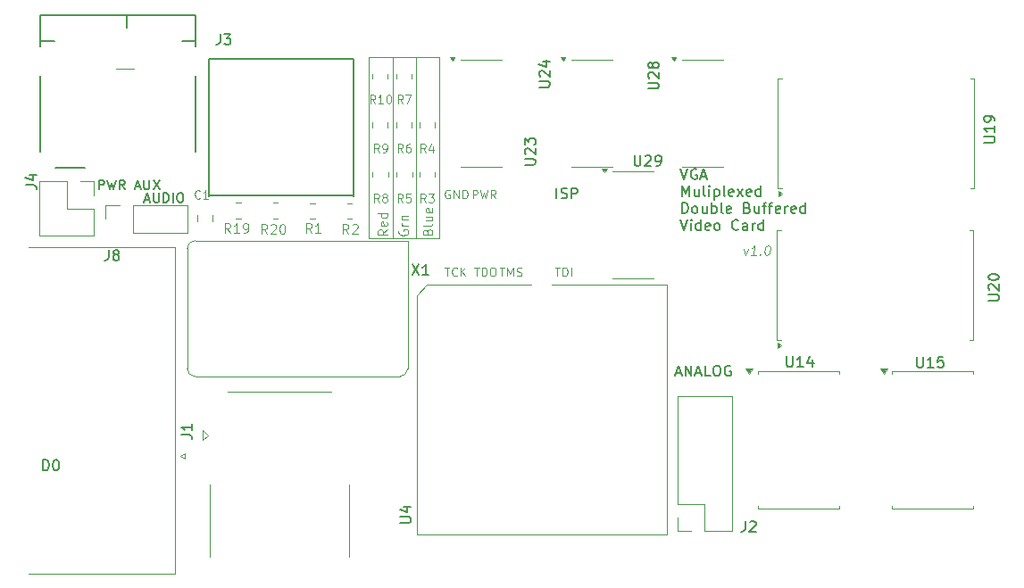
<source format=gbr>
%TF.GenerationSoftware,KiCad,Pcbnew,8.0.8+dfsg-1*%
%TF.CreationDate,2025-07-24T05:24:10-04:00*%
%TF.ProjectId,VGA_SRAM_SHIELD_DB_MULTIPLEX,5647415f-5352-4414-9d5f-534849454c44,rev?*%
%TF.SameCoordinates,Original*%
%TF.FileFunction,Legend,Top*%
%TF.FilePolarity,Positive*%
%FSLAX46Y46*%
G04 Gerber Fmt 4.6, Leading zero omitted, Abs format (unit mm)*
G04 Created by KiCad (PCBNEW 8.0.8+dfsg-1) date 2025-07-24 05:24:10*
%MOMM*%
%LPD*%
G01*
G04 APERTURE LIST*
%ADD10C,0.100000*%
%ADD11C,0.125000*%
%ADD12C,0.150000*%
%ADD13C,0.120000*%
G04 APERTURE END LIST*
D10*
X68440200Y-27425850D02*
X70647200Y-27425850D01*
X70647200Y-44633850D01*
X68440200Y-44633850D01*
X68440200Y-27425850D01*
X63981200Y-27425850D02*
X66258200Y-27425850D01*
X66258200Y-44633850D01*
X63981200Y-44633850D01*
X63981200Y-27425850D01*
X40031700Y-28548250D02*
X41657300Y-28548250D01*
X66269200Y-27425850D02*
X68461200Y-27425850D01*
X68461200Y-44633850D01*
X66269200Y-44633850D01*
X66269200Y-27425850D01*
D11*
X73979626Y-47421445D02*
X74436769Y-47421445D01*
X74208197Y-48221445D02*
X74208197Y-47421445D01*
X74703436Y-48221445D02*
X74703436Y-47421445D01*
X74703436Y-47421445D02*
X74893912Y-47421445D01*
X74893912Y-47421445D02*
X75008198Y-47459540D01*
X75008198Y-47459540D02*
X75084388Y-47535730D01*
X75084388Y-47535730D02*
X75122483Y-47611921D01*
X75122483Y-47611921D02*
X75160579Y-47764302D01*
X75160579Y-47764302D02*
X75160579Y-47878588D01*
X75160579Y-47878588D02*
X75122483Y-48030969D01*
X75122483Y-48030969D02*
X75084388Y-48107159D01*
X75084388Y-48107159D02*
X75008198Y-48183350D01*
X75008198Y-48183350D02*
X74893912Y-48221445D01*
X74893912Y-48221445D02*
X74703436Y-48221445D01*
X75655817Y-47421445D02*
X75808198Y-47421445D01*
X75808198Y-47421445D02*
X75884388Y-47459540D01*
X75884388Y-47459540D02*
X75960579Y-47535730D01*
X75960579Y-47535730D02*
X75998674Y-47688111D01*
X75998674Y-47688111D02*
X75998674Y-47954778D01*
X75998674Y-47954778D02*
X75960579Y-48107159D01*
X75960579Y-48107159D02*
X75884388Y-48183350D01*
X75884388Y-48183350D02*
X75808198Y-48221445D01*
X75808198Y-48221445D02*
X75655817Y-48221445D01*
X75655817Y-48221445D02*
X75579626Y-48183350D01*
X75579626Y-48183350D02*
X75503436Y-48107159D01*
X75503436Y-48107159D02*
X75465340Y-47954778D01*
X75465340Y-47954778D02*
X75465340Y-47688111D01*
X75465340Y-47688111D02*
X75503436Y-47535730D01*
X75503436Y-47535730D02*
X75579626Y-47459540D01*
X75579626Y-47459540D02*
X75655817Y-47421445D01*
X81634626Y-47421445D02*
X82091769Y-47421445D01*
X81863197Y-48221445D02*
X81863197Y-47421445D01*
X82358436Y-48221445D02*
X82358436Y-47421445D01*
X82358436Y-47421445D02*
X82548912Y-47421445D01*
X82548912Y-47421445D02*
X82663198Y-47459540D01*
X82663198Y-47459540D02*
X82739388Y-47535730D01*
X82739388Y-47535730D02*
X82777483Y-47611921D01*
X82777483Y-47611921D02*
X82815579Y-47764302D01*
X82815579Y-47764302D02*
X82815579Y-47878588D01*
X82815579Y-47878588D02*
X82777483Y-48030969D01*
X82777483Y-48030969D02*
X82739388Y-48107159D01*
X82739388Y-48107159D02*
X82663198Y-48183350D01*
X82663198Y-48183350D02*
X82548912Y-48221445D01*
X82548912Y-48221445D02*
X82358436Y-48221445D01*
X83158436Y-48221445D02*
X83158436Y-47421445D01*
D10*
X99515203Y-45635507D02*
X99654489Y-46235507D01*
X99654489Y-46235507D02*
X99943774Y-45635507D01*
X100683060Y-46235507D02*
X100168774Y-46235507D01*
X100425917Y-46235507D02*
X100538417Y-45335507D01*
X100538417Y-45335507D02*
X100436631Y-45464078D01*
X100436631Y-45464078D02*
X100340203Y-45549792D01*
X100340203Y-45549792D02*
X100249131Y-45592650D01*
X101079488Y-46149792D02*
X101116988Y-46192650D01*
X101116988Y-46192650D02*
X101068774Y-46235507D01*
X101068774Y-46235507D02*
X101031274Y-46192650D01*
X101031274Y-46192650D02*
X101079488Y-46149792D01*
X101079488Y-46149792D02*
X101068774Y-46235507D01*
X101781274Y-45335507D02*
X101866988Y-45335507D01*
X101866988Y-45335507D02*
X101947345Y-45378364D01*
X101947345Y-45378364D02*
X101984845Y-45421221D01*
X101984845Y-45421221D02*
X102016988Y-45506935D01*
X102016988Y-45506935D02*
X102038417Y-45678364D01*
X102038417Y-45678364D02*
X102011631Y-45892650D01*
X102011631Y-45892650D02*
X101947345Y-46064078D01*
X101947345Y-46064078D02*
X101893774Y-46149792D01*
X101893774Y-46149792D02*
X101845559Y-46192650D01*
X101845559Y-46192650D02*
X101754488Y-46235507D01*
X101754488Y-46235507D02*
X101668774Y-46235507D01*
X101668774Y-46235507D02*
X101588417Y-46192650D01*
X101588417Y-46192650D02*
X101550917Y-46149792D01*
X101550917Y-46149792D02*
X101518774Y-46064078D01*
X101518774Y-46064078D02*
X101497345Y-45892650D01*
X101497345Y-45892650D02*
X101524131Y-45678364D01*
X101524131Y-45678364D02*
X101588417Y-45506935D01*
X101588417Y-45506935D02*
X101641988Y-45421221D01*
X101641988Y-45421221D02*
X101690202Y-45378364D01*
X101690202Y-45378364D02*
X101781274Y-45335507D01*
D12*
X93533922Y-38039987D02*
X93867255Y-39039987D01*
X93867255Y-39039987D02*
X94200588Y-38039987D01*
X95057731Y-38087606D02*
X94962493Y-38039987D01*
X94962493Y-38039987D02*
X94819636Y-38039987D01*
X94819636Y-38039987D02*
X94676779Y-38087606D01*
X94676779Y-38087606D02*
X94581541Y-38182844D01*
X94581541Y-38182844D02*
X94533922Y-38278082D01*
X94533922Y-38278082D02*
X94486303Y-38468558D01*
X94486303Y-38468558D02*
X94486303Y-38611415D01*
X94486303Y-38611415D02*
X94533922Y-38801891D01*
X94533922Y-38801891D02*
X94581541Y-38897129D01*
X94581541Y-38897129D02*
X94676779Y-38992368D01*
X94676779Y-38992368D02*
X94819636Y-39039987D01*
X94819636Y-39039987D02*
X94914874Y-39039987D01*
X94914874Y-39039987D02*
X95057731Y-38992368D01*
X95057731Y-38992368D02*
X95105350Y-38944748D01*
X95105350Y-38944748D02*
X95105350Y-38611415D01*
X95105350Y-38611415D02*
X94914874Y-38611415D01*
X95486303Y-38754272D02*
X95962493Y-38754272D01*
X95391065Y-39039987D02*
X95724398Y-38039987D01*
X95724398Y-38039987D02*
X96057731Y-39039987D01*
X93676779Y-40649931D02*
X93676779Y-39649931D01*
X93676779Y-39649931D02*
X94010112Y-40364216D01*
X94010112Y-40364216D02*
X94343445Y-39649931D01*
X94343445Y-39649931D02*
X94343445Y-40649931D01*
X95248207Y-39983264D02*
X95248207Y-40649931D01*
X94819636Y-39983264D02*
X94819636Y-40507073D01*
X94819636Y-40507073D02*
X94867255Y-40602312D01*
X94867255Y-40602312D02*
X94962493Y-40649931D01*
X94962493Y-40649931D02*
X95105350Y-40649931D01*
X95105350Y-40649931D02*
X95200588Y-40602312D01*
X95200588Y-40602312D02*
X95248207Y-40554692D01*
X95867255Y-40649931D02*
X95772017Y-40602312D01*
X95772017Y-40602312D02*
X95724398Y-40507073D01*
X95724398Y-40507073D02*
X95724398Y-39649931D01*
X96248208Y-40649931D02*
X96248208Y-39983264D01*
X96248208Y-39649931D02*
X96200589Y-39697550D01*
X96200589Y-39697550D02*
X96248208Y-39745169D01*
X96248208Y-39745169D02*
X96295827Y-39697550D01*
X96295827Y-39697550D02*
X96248208Y-39649931D01*
X96248208Y-39649931D02*
X96248208Y-39745169D01*
X96724398Y-39983264D02*
X96724398Y-40983264D01*
X96724398Y-40030883D02*
X96819636Y-39983264D01*
X96819636Y-39983264D02*
X97010112Y-39983264D01*
X97010112Y-39983264D02*
X97105350Y-40030883D01*
X97105350Y-40030883D02*
X97152969Y-40078502D01*
X97152969Y-40078502D02*
X97200588Y-40173740D01*
X97200588Y-40173740D02*
X97200588Y-40459454D01*
X97200588Y-40459454D02*
X97152969Y-40554692D01*
X97152969Y-40554692D02*
X97105350Y-40602312D01*
X97105350Y-40602312D02*
X97010112Y-40649931D01*
X97010112Y-40649931D02*
X96819636Y-40649931D01*
X96819636Y-40649931D02*
X96724398Y-40602312D01*
X97772017Y-40649931D02*
X97676779Y-40602312D01*
X97676779Y-40602312D02*
X97629160Y-40507073D01*
X97629160Y-40507073D02*
X97629160Y-39649931D01*
X98533922Y-40602312D02*
X98438684Y-40649931D01*
X98438684Y-40649931D02*
X98248208Y-40649931D01*
X98248208Y-40649931D02*
X98152970Y-40602312D01*
X98152970Y-40602312D02*
X98105351Y-40507073D01*
X98105351Y-40507073D02*
X98105351Y-40126121D01*
X98105351Y-40126121D02*
X98152970Y-40030883D01*
X98152970Y-40030883D02*
X98248208Y-39983264D01*
X98248208Y-39983264D02*
X98438684Y-39983264D01*
X98438684Y-39983264D02*
X98533922Y-40030883D01*
X98533922Y-40030883D02*
X98581541Y-40126121D01*
X98581541Y-40126121D02*
X98581541Y-40221359D01*
X98581541Y-40221359D02*
X98105351Y-40316597D01*
X98914875Y-40649931D02*
X99438684Y-39983264D01*
X98914875Y-39983264D02*
X99438684Y-40649931D01*
X100200589Y-40602312D02*
X100105351Y-40649931D01*
X100105351Y-40649931D02*
X99914875Y-40649931D01*
X99914875Y-40649931D02*
X99819637Y-40602312D01*
X99819637Y-40602312D02*
X99772018Y-40507073D01*
X99772018Y-40507073D02*
X99772018Y-40126121D01*
X99772018Y-40126121D02*
X99819637Y-40030883D01*
X99819637Y-40030883D02*
X99914875Y-39983264D01*
X99914875Y-39983264D02*
X100105351Y-39983264D01*
X100105351Y-39983264D02*
X100200589Y-40030883D01*
X100200589Y-40030883D02*
X100248208Y-40126121D01*
X100248208Y-40126121D02*
X100248208Y-40221359D01*
X100248208Y-40221359D02*
X99772018Y-40316597D01*
X101105351Y-40649931D02*
X101105351Y-39649931D01*
X101105351Y-40602312D02*
X101010113Y-40649931D01*
X101010113Y-40649931D02*
X100819637Y-40649931D01*
X100819637Y-40649931D02*
X100724399Y-40602312D01*
X100724399Y-40602312D02*
X100676780Y-40554692D01*
X100676780Y-40554692D02*
X100629161Y-40459454D01*
X100629161Y-40459454D02*
X100629161Y-40173740D01*
X100629161Y-40173740D02*
X100676780Y-40078502D01*
X100676780Y-40078502D02*
X100724399Y-40030883D01*
X100724399Y-40030883D02*
X100819637Y-39983264D01*
X100819637Y-39983264D02*
X101010113Y-39983264D01*
X101010113Y-39983264D02*
X101105351Y-40030883D01*
X93676779Y-42259875D02*
X93676779Y-41259875D01*
X93676779Y-41259875D02*
X93914874Y-41259875D01*
X93914874Y-41259875D02*
X94057731Y-41307494D01*
X94057731Y-41307494D02*
X94152969Y-41402732D01*
X94152969Y-41402732D02*
X94200588Y-41497970D01*
X94200588Y-41497970D02*
X94248207Y-41688446D01*
X94248207Y-41688446D02*
X94248207Y-41831303D01*
X94248207Y-41831303D02*
X94200588Y-42021779D01*
X94200588Y-42021779D02*
X94152969Y-42117017D01*
X94152969Y-42117017D02*
X94057731Y-42212256D01*
X94057731Y-42212256D02*
X93914874Y-42259875D01*
X93914874Y-42259875D02*
X93676779Y-42259875D01*
X94819636Y-42259875D02*
X94724398Y-42212256D01*
X94724398Y-42212256D02*
X94676779Y-42164636D01*
X94676779Y-42164636D02*
X94629160Y-42069398D01*
X94629160Y-42069398D02*
X94629160Y-41783684D01*
X94629160Y-41783684D02*
X94676779Y-41688446D01*
X94676779Y-41688446D02*
X94724398Y-41640827D01*
X94724398Y-41640827D02*
X94819636Y-41593208D01*
X94819636Y-41593208D02*
X94962493Y-41593208D01*
X94962493Y-41593208D02*
X95057731Y-41640827D01*
X95057731Y-41640827D02*
X95105350Y-41688446D01*
X95105350Y-41688446D02*
X95152969Y-41783684D01*
X95152969Y-41783684D02*
X95152969Y-42069398D01*
X95152969Y-42069398D02*
X95105350Y-42164636D01*
X95105350Y-42164636D02*
X95057731Y-42212256D01*
X95057731Y-42212256D02*
X94962493Y-42259875D01*
X94962493Y-42259875D02*
X94819636Y-42259875D01*
X96010112Y-41593208D02*
X96010112Y-42259875D01*
X95581541Y-41593208D02*
X95581541Y-42117017D01*
X95581541Y-42117017D02*
X95629160Y-42212256D01*
X95629160Y-42212256D02*
X95724398Y-42259875D01*
X95724398Y-42259875D02*
X95867255Y-42259875D01*
X95867255Y-42259875D02*
X95962493Y-42212256D01*
X95962493Y-42212256D02*
X96010112Y-42164636D01*
X96486303Y-42259875D02*
X96486303Y-41259875D01*
X96486303Y-41640827D02*
X96581541Y-41593208D01*
X96581541Y-41593208D02*
X96772017Y-41593208D01*
X96772017Y-41593208D02*
X96867255Y-41640827D01*
X96867255Y-41640827D02*
X96914874Y-41688446D01*
X96914874Y-41688446D02*
X96962493Y-41783684D01*
X96962493Y-41783684D02*
X96962493Y-42069398D01*
X96962493Y-42069398D02*
X96914874Y-42164636D01*
X96914874Y-42164636D02*
X96867255Y-42212256D01*
X96867255Y-42212256D02*
X96772017Y-42259875D01*
X96772017Y-42259875D02*
X96581541Y-42259875D01*
X96581541Y-42259875D02*
X96486303Y-42212256D01*
X97533922Y-42259875D02*
X97438684Y-42212256D01*
X97438684Y-42212256D02*
X97391065Y-42117017D01*
X97391065Y-42117017D02*
X97391065Y-41259875D01*
X98295827Y-42212256D02*
X98200589Y-42259875D01*
X98200589Y-42259875D02*
X98010113Y-42259875D01*
X98010113Y-42259875D02*
X97914875Y-42212256D01*
X97914875Y-42212256D02*
X97867256Y-42117017D01*
X97867256Y-42117017D02*
X97867256Y-41736065D01*
X97867256Y-41736065D02*
X97914875Y-41640827D01*
X97914875Y-41640827D02*
X98010113Y-41593208D01*
X98010113Y-41593208D02*
X98200589Y-41593208D01*
X98200589Y-41593208D02*
X98295827Y-41640827D01*
X98295827Y-41640827D02*
X98343446Y-41736065D01*
X98343446Y-41736065D02*
X98343446Y-41831303D01*
X98343446Y-41831303D02*
X97867256Y-41926541D01*
X99867256Y-41736065D02*
X100010113Y-41783684D01*
X100010113Y-41783684D02*
X100057732Y-41831303D01*
X100057732Y-41831303D02*
X100105351Y-41926541D01*
X100105351Y-41926541D02*
X100105351Y-42069398D01*
X100105351Y-42069398D02*
X100057732Y-42164636D01*
X100057732Y-42164636D02*
X100010113Y-42212256D01*
X100010113Y-42212256D02*
X99914875Y-42259875D01*
X99914875Y-42259875D02*
X99533923Y-42259875D01*
X99533923Y-42259875D02*
X99533923Y-41259875D01*
X99533923Y-41259875D02*
X99867256Y-41259875D01*
X99867256Y-41259875D02*
X99962494Y-41307494D01*
X99962494Y-41307494D02*
X100010113Y-41355113D01*
X100010113Y-41355113D02*
X100057732Y-41450351D01*
X100057732Y-41450351D02*
X100057732Y-41545589D01*
X100057732Y-41545589D02*
X100010113Y-41640827D01*
X100010113Y-41640827D02*
X99962494Y-41688446D01*
X99962494Y-41688446D02*
X99867256Y-41736065D01*
X99867256Y-41736065D02*
X99533923Y-41736065D01*
X100962494Y-41593208D02*
X100962494Y-42259875D01*
X100533923Y-41593208D02*
X100533923Y-42117017D01*
X100533923Y-42117017D02*
X100581542Y-42212256D01*
X100581542Y-42212256D02*
X100676780Y-42259875D01*
X100676780Y-42259875D02*
X100819637Y-42259875D01*
X100819637Y-42259875D02*
X100914875Y-42212256D01*
X100914875Y-42212256D02*
X100962494Y-42164636D01*
X101295828Y-41593208D02*
X101676780Y-41593208D01*
X101438685Y-42259875D02*
X101438685Y-41402732D01*
X101438685Y-41402732D02*
X101486304Y-41307494D01*
X101486304Y-41307494D02*
X101581542Y-41259875D01*
X101581542Y-41259875D02*
X101676780Y-41259875D01*
X101867257Y-41593208D02*
X102248209Y-41593208D01*
X102010114Y-42259875D02*
X102010114Y-41402732D01*
X102010114Y-41402732D02*
X102057733Y-41307494D01*
X102057733Y-41307494D02*
X102152971Y-41259875D01*
X102152971Y-41259875D02*
X102248209Y-41259875D01*
X102962495Y-42212256D02*
X102867257Y-42259875D01*
X102867257Y-42259875D02*
X102676781Y-42259875D01*
X102676781Y-42259875D02*
X102581543Y-42212256D01*
X102581543Y-42212256D02*
X102533924Y-42117017D01*
X102533924Y-42117017D02*
X102533924Y-41736065D01*
X102533924Y-41736065D02*
X102581543Y-41640827D01*
X102581543Y-41640827D02*
X102676781Y-41593208D01*
X102676781Y-41593208D02*
X102867257Y-41593208D01*
X102867257Y-41593208D02*
X102962495Y-41640827D01*
X102962495Y-41640827D02*
X103010114Y-41736065D01*
X103010114Y-41736065D02*
X103010114Y-41831303D01*
X103010114Y-41831303D02*
X102533924Y-41926541D01*
X103438686Y-42259875D02*
X103438686Y-41593208D01*
X103438686Y-41783684D02*
X103486305Y-41688446D01*
X103486305Y-41688446D02*
X103533924Y-41640827D01*
X103533924Y-41640827D02*
X103629162Y-41593208D01*
X103629162Y-41593208D02*
X103724400Y-41593208D01*
X104438686Y-42212256D02*
X104343448Y-42259875D01*
X104343448Y-42259875D02*
X104152972Y-42259875D01*
X104152972Y-42259875D02*
X104057734Y-42212256D01*
X104057734Y-42212256D02*
X104010115Y-42117017D01*
X104010115Y-42117017D02*
X104010115Y-41736065D01*
X104010115Y-41736065D02*
X104057734Y-41640827D01*
X104057734Y-41640827D02*
X104152972Y-41593208D01*
X104152972Y-41593208D02*
X104343448Y-41593208D01*
X104343448Y-41593208D02*
X104438686Y-41640827D01*
X104438686Y-41640827D02*
X104486305Y-41736065D01*
X104486305Y-41736065D02*
X104486305Y-41831303D01*
X104486305Y-41831303D02*
X104010115Y-41926541D01*
X105343448Y-42259875D02*
X105343448Y-41259875D01*
X105343448Y-42212256D02*
X105248210Y-42259875D01*
X105248210Y-42259875D02*
X105057734Y-42259875D01*
X105057734Y-42259875D02*
X104962496Y-42212256D01*
X104962496Y-42212256D02*
X104914877Y-42164636D01*
X104914877Y-42164636D02*
X104867258Y-42069398D01*
X104867258Y-42069398D02*
X104867258Y-41783684D01*
X104867258Y-41783684D02*
X104914877Y-41688446D01*
X104914877Y-41688446D02*
X104962496Y-41640827D01*
X104962496Y-41640827D02*
X105057734Y-41593208D01*
X105057734Y-41593208D02*
X105248210Y-41593208D01*
X105248210Y-41593208D02*
X105343448Y-41640827D01*
X93533922Y-42869819D02*
X93867255Y-43869819D01*
X93867255Y-43869819D02*
X94200588Y-42869819D01*
X94533922Y-43869819D02*
X94533922Y-43203152D01*
X94533922Y-42869819D02*
X94486303Y-42917438D01*
X94486303Y-42917438D02*
X94533922Y-42965057D01*
X94533922Y-42965057D02*
X94581541Y-42917438D01*
X94581541Y-42917438D02*
X94533922Y-42869819D01*
X94533922Y-42869819D02*
X94533922Y-42965057D01*
X95438683Y-43869819D02*
X95438683Y-42869819D01*
X95438683Y-43822200D02*
X95343445Y-43869819D01*
X95343445Y-43869819D02*
X95152969Y-43869819D01*
X95152969Y-43869819D02*
X95057731Y-43822200D01*
X95057731Y-43822200D02*
X95010112Y-43774580D01*
X95010112Y-43774580D02*
X94962493Y-43679342D01*
X94962493Y-43679342D02*
X94962493Y-43393628D01*
X94962493Y-43393628D02*
X95010112Y-43298390D01*
X95010112Y-43298390D02*
X95057731Y-43250771D01*
X95057731Y-43250771D02*
X95152969Y-43203152D01*
X95152969Y-43203152D02*
X95343445Y-43203152D01*
X95343445Y-43203152D02*
X95438683Y-43250771D01*
X96295826Y-43822200D02*
X96200588Y-43869819D01*
X96200588Y-43869819D02*
X96010112Y-43869819D01*
X96010112Y-43869819D02*
X95914874Y-43822200D01*
X95914874Y-43822200D02*
X95867255Y-43726961D01*
X95867255Y-43726961D02*
X95867255Y-43346009D01*
X95867255Y-43346009D02*
X95914874Y-43250771D01*
X95914874Y-43250771D02*
X96010112Y-43203152D01*
X96010112Y-43203152D02*
X96200588Y-43203152D01*
X96200588Y-43203152D02*
X96295826Y-43250771D01*
X96295826Y-43250771D02*
X96343445Y-43346009D01*
X96343445Y-43346009D02*
X96343445Y-43441247D01*
X96343445Y-43441247D02*
X95867255Y-43536485D01*
X96914874Y-43869819D02*
X96819636Y-43822200D01*
X96819636Y-43822200D02*
X96772017Y-43774580D01*
X96772017Y-43774580D02*
X96724398Y-43679342D01*
X96724398Y-43679342D02*
X96724398Y-43393628D01*
X96724398Y-43393628D02*
X96772017Y-43298390D01*
X96772017Y-43298390D02*
X96819636Y-43250771D01*
X96819636Y-43250771D02*
X96914874Y-43203152D01*
X96914874Y-43203152D02*
X97057731Y-43203152D01*
X97057731Y-43203152D02*
X97152969Y-43250771D01*
X97152969Y-43250771D02*
X97200588Y-43298390D01*
X97200588Y-43298390D02*
X97248207Y-43393628D01*
X97248207Y-43393628D02*
X97248207Y-43679342D01*
X97248207Y-43679342D02*
X97200588Y-43774580D01*
X97200588Y-43774580D02*
X97152969Y-43822200D01*
X97152969Y-43822200D02*
X97057731Y-43869819D01*
X97057731Y-43869819D02*
X96914874Y-43869819D01*
X99010112Y-43774580D02*
X98962493Y-43822200D01*
X98962493Y-43822200D02*
X98819636Y-43869819D01*
X98819636Y-43869819D02*
X98724398Y-43869819D01*
X98724398Y-43869819D02*
X98581541Y-43822200D01*
X98581541Y-43822200D02*
X98486303Y-43726961D01*
X98486303Y-43726961D02*
X98438684Y-43631723D01*
X98438684Y-43631723D02*
X98391065Y-43441247D01*
X98391065Y-43441247D02*
X98391065Y-43298390D01*
X98391065Y-43298390D02*
X98438684Y-43107914D01*
X98438684Y-43107914D02*
X98486303Y-43012676D01*
X98486303Y-43012676D02*
X98581541Y-42917438D01*
X98581541Y-42917438D02*
X98724398Y-42869819D01*
X98724398Y-42869819D02*
X98819636Y-42869819D01*
X98819636Y-42869819D02*
X98962493Y-42917438D01*
X98962493Y-42917438D02*
X99010112Y-42965057D01*
X99867255Y-43869819D02*
X99867255Y-43346009D01*
X99867255Y-43346009D02*
X99819636Y-43250771D01*
X99819636Y-43250771D02*
X99724398Y-43203152D01*
X99724398Y-43203152D02*
X99533922Y-43203152D01*
X99533922Y-43203152D02*
X99438684Y-43250771D01*
X99867255Y-43822200D02*
X99772017Y-43869819D01*
X99772017Y-43869819D02*
X99533922Y-43869819D01*
X99533922Y-43869819D02*
X99438684Y-43822200D01*
X99438684Y-43822200D02*
X99391065Y-43726961D01*
X99391065Y-43726961D02*
X99391065Y-43631723D01*
X99391065Y-43631723D02*
X99438684Y-43536485D01*
X99438684Y-43536485D02*
X99533922Y-43488866D01*
X99533922Y-43488866D02*
X99772017Y-43488866D01*
X99772017Y-43488866D02*
X99867255Y-43441247D01*
X100343446Y-43869819D02*
X100343446Y-43203152D01*
X100343446Y-43393628D02*
X100391065Y-43298390D01*
X100391065Y-43298390D02*
X100438684Y-43250771D01*
X100438684Y-43250771D02*
X100533922Y-43203152D01*
X100533922Y-43203152D02*
X100629160Y-43203152D01*
X101391065Y-43869819D02*
X101391065Y-42869819D01*
X101391065Y-43822200D02*
X101295827Y-43869819D01*
X101295827Y-43869819D02*
X101105351Y-43869819D01*
X101105351Y-43869819D02*
X101010113Y-43822200D01*
X101010113Y-43822200D02*
X100962494Y-43774580D01*
X100962494Y-43774580D02*
X100914875Y-43679342D01*
X100914875Y-43679342D02*
X100914875Y-43393628D01*
X100914875Y-43393628D02*
X100962494Y-43298390D01*
X100962494Y-43298390D02*
X101010113Y-43250771D01*
X101010113Y-43250771D02*
X101105351Y-43203152D01*
X101105351Y-43203152D02*
X101295827Y-43203152D01*
X101295827Y-43203152D02*
X101391065Y-43250771D01*
D11*
X71642959Y-40084540D02*
X71566769Y-40046445D01*
X71566769Y-40046445D02*
X71452483Y-40046445D01*
X71452483Y-40046445D02*
X71338197Y-40084540D01*
X71338197Y-40084540D02*
X71262007Y-40160730D01*
X71262007Y-40160730D02*
X71223912Y-40236921D01*
X71223912Y-40236921D02*
X71185816Y-40389302D01*
X71185816Y-40389302D02*
X71185816Y-40503588D01*
X71185816Y-40503588D02*
X71223912Y-40655969D01*
X71223912Y-40655969D02*
X71262007Y-40732159D01*
X71262007Y-40732159D02*
X71338197Y-40808350D01*
X71338197Y-40808350D02*
X71452483Y-40846445D01*
X71452483Y-40846445D02*
X71528674Y-40846445D01*
X71528674Y-40846445D02*
X71642959Y-40808350D01*
X71642959Y-40808350D02*
X71681055Y-40770254D01*
X71681055Y-40770254D02*
X71681055Y-40503588D01*
X71681055Y-40503588D02*
X71528674Y-40503588D01*
X72023912Y-40846445D02*
X72023912Y-40046445D01*
X72023912Y-40046445D02*
X72481055Y-40846445D01*
X72481055Y-40846445D02*
X72481055Y-40046445D01*
X72862007Y-40846445D02*
X72862007Y-40046445D01*
X72862007Y-40046445D02*
X73052483Y-40046445D01*
X73052483Y-40046445D02*
X73166769Y-40084540D01*
X73166769Y-40084540D02*
X73242959Y-40160730D01*
X73242959Y-40160730D02*
X73281054Y-40236921D01*
X73281054Y-40236921D02*
X73319150Y-40389302D01*
X73319150Y-40389302D02*
X73319150Y-40503588D01*
X73319150Y-40503588D02*
X73281054Y-40655969D01*
X73281054Y-40655969D02*
X73242959Y-40732159D01*
X73242959Y-40732159D02*
X73166769Y-40808350D01*
X73166769Y-40808350D02*
X73052483Y-40846445D01*
X73052483Y-40846445D02*
X72862007Y-40846445D01*
D10*
X66828714Y-43849346D02*
X66785857Y-43935061D01*
X66785857Y-43935061D02*
X66785857Y-44063632D01*
X66785857Y-44063632D02*
X66828714Y-44192203D01*
X66828714Y-44192203D02*
X66914428Y-44277918D01*
X66914428Y-44277918D02*
X67000142Y-44320775D01*
X67000142Y-44320775D02*
X67171571Y-44363632D01*
X67171571Y-44363632D02*
X67300142Y-44363632D01*
X67300142Y-44363632D02*
X67471571Y-44320775D01*
X67471571Y-44320775D02*
X67557285Y-44277918D01*
X67557285Y-44277918D02*
X67643000Y-44192203D01*
X67643000Y-44192203D02*
X67685857Y-44063632D01*
X67685857Y-44063632D02*
X67685857Y-43977918D01*
X67685857Y-43977918D02*
X67643000Y-43849346D01*
X67643000Y-43849346D02*
X67600142Y-43806489D01*
X67600142Y-43806489D02*
X67300142Y-43806489D01*
X67300142Y-43806489D02*
X67300142Y-43977918D01*
X67685857Y-43420775D02*
X67085857Y-43420775D01*
X67257285Y-43420775D02*
X67171571Y-43377918D01*
X67171571Y-43377918D02*
X67128714Y-43335061D01*
X67128714Y-43335061D02*
X67085857Y-43249346D01*
X67085857Y-43249346D02*
X67085857Y-43163632D01*
X67085857Y-42863632D02*
X67685857Y-42863632D01*
X67171571Y-42863632D02*
X67128714Y-42820775D01*
X67128714Y-42820775D02*
X67085857Y-42735060D01*
X67085857Y-42735060D02*
X67085857Y-42606489D01*
X67085857Y-42606489D02*
X67128714Y-42520775D01*
X67128714Y-42520775D02*
X67214428Y-42477918D01*
X67214428Y-42477918D02*
X67685857Y-42477918D01*
X69534428Y-44020775D02*
X69577285Y-43892203D01*
X69577285Y-43892203D02*
X69620142Y-43849346D01*
X69620142Y-43849346D02*
X69705857Y-43806489D01*
X69705857Y-43806489D02*
X69834428Y-43806489D01*
X69834428Y-43806489D02*
X69920142Y-43849346D01*
X69920142Y-43849346D02*
X69963000Y-43892203D01*
X69963000Y-43892203D02*
X70005857Y-43977918D01*
X70005857Y-43977918D02*
X70005857Y-44320775D01*
X70005857Y-44320775D02*
X69105857Y-44320775D01*
X69105857Y-44320775D02*
X69105857Y-44020775D01*
X69105857Y-44020775D02*
X69148714Y-43935061D01*
X69148714Y-43935061D02*
X69191571Y-43892203D01*
X69191571Y-43892203D02*
X69277285Y-43849346D01*
X69277285Y-43849346D02*
X69363000Y-43849346D01*
X69363000Y-43849346D02*
X69448714Y-43892203D01*
X69448714Y-43892203D02*
X69491571Y-43935061D01*
X69491571Y-43935061D02*
X69534428Y-44020775D01*
X69534428Y-44020775D02*
X69534428Y-44320775D01*
X70005857Y-43292203D02*
X69963000Y-43377918D01*
X69963000Y-43377918D02*
X69877285Y-43420775D01*
X69877285Y-43420775D02*
X69105857Y-43420775D01*
X69405857Y-42563632D02*
X70005857Y-42563632D01*
X69405857Y-42949346D02*
X69877285Y-42949346D01*
X69877285Y-42949346D02*
X69963000Y-42906489D01*
X69963000Y-42906489D02*
X70005857Y-42820774D01*
X70005857Y-42820774D02*
X70005857Y-42692203D01*
X70005857Y-42692203D02*
X69963000Y-42606489D01*
X69963000Y-42606489D02*
X69920142Y-42563632D01*
X69963000Y-41792203D02*
X70005857Y-41877917D01*
X70005857Y-41877917D02*
X70005857Y-42049346D01*
X70005857Y-42049346D02*
X69963000Y-42135060D01*
X69963000Y-42135060D02*
X69877285Y-42177917D01*
X69877285Y-42177917D02*
X69534428Y-42177917D01*
X69534428Y-42177917D02*
X69448714Y-42135060D01*
X69448714Y-42135060D02*
X69405857Y-42049346D01*
X69405857Y-42049346D02*
X69405857Y-41877917D01*
X69405857Y-41877917D02*
X69448714Y-41792203D01*
X69448714Y-41792203D02*
X69534428Y-41749346D01*
X69534428Y-41749346D02*
X69620142Y-41749346D01*
X69620142Y-41749346D02*
X69705857Y-42177917D01*
D11*
X76384626Y-47421445D02*
X76841769Y-47421445D01*
X76613197Y-48221445D02*
X76613197Y-47421445D01*
X77108436Y-48221445D02*
X77108436Y-47421445D01*
X77108436Y-47421445D02*
X77375102Y-47992873D01*
X77375102Y-47992873D02*
X77641769Y-47421445D01*
X77641769Y-47421445D02*
X77641769Y-48221445D01*
X77984626Y-48183350D02*
X78098912Y-48221445D01*
X78098912Y-48221445D02*
X78289388Y-48221445D01*
X78289388Y-48221445D02*
X78365579Y-48183350D01*
X78365579Y-48183350D02*
X78403674Y-48145254D01*
X78403674Y-48145254D02*
X78441769Y-48069064D01*
X78441769Y-48069064D02*
X78441769Y-47992873D01*
X78441769Y-47992873D02*
X78403674Y-47916683D01*
X78403674Y-47916683D02*
X78365579Y-47878588D01*
X78365579Y-47878588D02*
X78289388Y-47840492D01*
X78289388Y-47840492D02*
X78137007Y-47802397D01*
X78137007Y-47802397D02*
X78060817Y-47764302D01*
X78060817Y-47764302D02*
X78022722Y-47726207D01*
X78022722Y-47726207D02*
X77984626Y-47650016D01*
X77984626Y-47650016D02*
X77984626Y-47573826D01*
X77984626Y-47573826D02*
X78022722Y-47497635D01*
X78022722Y-47497635D02*
X78060817Y-47459540D01*
X78060817Y-47459540D02*
X78137007Y-47421445D01*
X78137007Y-47421445D02*
X78327484Y-47421445D01*
X78327484Y-47421445D02*
X78441769Y-47459540D01*
D10*
X65705857Y-43806489D02*
X65277285Y-44106489D01*
X65705857Y-44320775D02*
X64805857Y-44320775D01*
X64805857Y-44320775D02*
X64805857Y-43977918D01*
X64805857Y-43977918D02*
X64848714Y-43892203D01*
X64848714Y-43892203D02*
X64891571Y-43849346D01*
X64891571Y-43849346D02*
X64977285Y-43806489D01*
X64977285Y-43806489D02*
X65105857Y-43806489D01*
X65105857Y-43806489D02*
X65191571Y-43849346D01*
X65191571Y-43849346D02*
X65234428Y-43892203D01*
X65234428Y-43892203D02*
X65277285Y-43977918D01*
X65277285Y-43977918D02*
X65277285Y-44320775D01*
X65663000Y-43077918D02*
X65705857Y-43163632D01*
X65705857Y-43163632D02*
X65705857Y-43335061D01*
X65705857Y-43335061D02*
X65663000Y-43420775D01*
X65663000Y-43420775D02*
X65577285Y-43463632D01*
X65577285Y-43463632D02*
X65234428Y-43463632D01*
X65234428Y-43463632D02*
X65148714Y-43420775D01*
X65148714Y-43420775D02*
X65105857Y-43335061D01*
X65105857Y-43335061D02*
X65105857Y-43163632D01*
X65105857Y-43163632D02*
X65148714Y-43077918D01*
X65148714Y-43077918D02*
X65234428Y-43035061D01*
X65234428Y-43035061D02*
X65320142Y-43035061D01*
X65320142Y-43035061D02*
X65405857Y-43463632D01*
X65705857Y-42263632D02*
X64805857Y-42263632D01*
X65663000Y-42263632D02*
X65705857Y-42349346D01*
X65705857Y-42349346D02*
X65705857Y-42520774D01*
X65705857Y-42520774D02*
X65663000Y-42606489D01*
X65663000Y-42606489D02*
X65620142Y-42649346D01*
X65620142Y-42649346D02*
X65534428Y-42692203D01*
X65534428Y-42692203D02*
X65277285Y-42692203D01*
X65277285Y-42692203D02*
X65191571Y-42649346D01*
X65191571Y-42649346D02*
X65148714Y-42606489D01*
X65148714Y-42606489D02*
X65105857Y-42520774D01*
X65105857Y-42520774D02*
X65105857Y-42349346D01*
X65105857Y-42349346D02*
X65148714Y-42263632D01*
D11*
X71159626Y-47421445D02*
X71616769Y-47421445D01*
X71388197Y-48221445D02*
X71388197Y-47421445D01*
X72340579Y-48145254D02*
X72302483Y-48183350D01*
X72302483Y-48183350D02*
X72188198Y-48221445D01*
X72188198Y-48221445D02*
X72112007Y-48221445D01*
X72112007Y-48221445D02*
X71997721Y-48183350D01*
X71997721Y-48183350D02*
X71921531Y-48107159D01*
X71921531Y-48107159D02*
X71883436Y-48030969D01*
X71883436Y-48030969D02*
X71845340Y-47878588D01*
X71845340Y-47878588D02*
X71845340Y-47764302D01*
X71845340Y-47764302D02*
X71883436Y-47611921D01*
X71883436Y-47611921D02*
X71921531Y-47535730D01*
X71921531Y-47535730D02*
X71997721Y-47459540D01*
X71997721Y-47459540D02*
X72112007Y-47421445D01*
X72112007Y-47421445D02*
X72188198Y-47421445D01*
X72188198Y-47421445D02*
X72302483Y-47459540D01*
X72302483Y-47459540D02*
X72340579Y-47497635D01*
X72683436Y-48221445D02*
X72683436Y-47421445D01*
X73140579Y-48221445D02*
X72797721Y-47764302D01*
X73140579Y-47421445D02*
X72683436Y-47878588D01*
X73823912Y-40846445D02*
X73823912Y-40046445D01*
X73823912Y-40046445D02*
X74128674Y-40046445D01*
X74128674Y-40046445D02*
X74204864Y-40084540D01*
X74204864Y-40084540D02*
X74242959Y-40122635D01*
X74242959Y-40122635D02*
X74281055Y-40198826D01*
X74281055Y-40198826D02*
X74281055Y-40313111D01*
X74281055Y-40313111D02*
X74242959Y-40389302D01*
X74242959Y-40389302D02*
X74204864Y-40427397D01*
X74204864Y-40427397D02*
X74128674Y-40465492D01*
X74128674Y-40465492D02*
X73823912Y-40465492D01*
X74547721Y-40046445D02*
X74738197Y-40846445D01*
X74738197Y-40846445D02*
X74890578Y-40275016D01*
X74890578Y-40275016D02*
X75042959Y-40846445D01*
X75042959Y-40846445D02*
X75233436Y-40046445D01*
X75995341Y-40846445D02*
X75728674Y-40465492D01*
X75538198Y-40846445D02*
X75538198Y-40046445D01*
X75538198Y-40046445D02*
X75842960Y-40046445D01*
X75842960Y-40046445D02*
X75919150Y-40084540D01*
X75919150Y-40084540D02*
X75957245Y-40122635D01*
X75957245Y-40122635D02*
X75995341Y-40198826D01*
X75995341Y-40198826D02*
X75995341Y-40313111D01*
X75995341Y-40313111D02*
X75957245Y-40389302D01*
X75957245Y-40389302D02*
X75919150Y-40427397D01*
X75919150Y-40427397D02*
X75842960Y-40465492D01*
X75842960Y-40465492D02*
X75538198Y-40465492D01*
D12*
X39292866Y-45730619D02*
X39292866Y-46444904D01*
X39292866Y-46444904D02*
X39245247Y-46587761D01*
X39245247Y-46587761D02*
X39150009Y-46683000D01*
X39150009Y-46683000D02*
X39007152Y-46730619D01*
X39007152Y-46730619D02*
X38911914Y-46730619D01*
X39911914Y-46159190D02*
X39816676Y-46111571D01*
X39816676Y-46111571D02*
X39769057Y-46063952D01*
X39769057Y-46063952D02*
X39721438Y-45968714D01*
X39721438Y-45968714D02*
X39721438Y-45921095D01*
X39721438Y-45921095D02*
X39769057Y-45825857D01*
X39769057Y-45825857D02*
X39816676Y-45778238D01*
X39816676Y-45778238D02*
X39911914Y-45730619D01*
X39911914Y-45730619D02*
X40102390Y-45730619D01*
X40102390Y-45730619D02*
X40197628Y-45778238D01*
X40197628Y-45778238D02*
X40245247Y-45825857D01*
X40245247Y-45825857D02*
X40292866Y-45921095D01*
X40292866Y-45921095D02*
X40292866Y-45968714D01*
X40292866Y-45968714D02*
X40245247Y-46063952D01*
X40245247Y-46063952D02*
X40197628Y-46111571D01*
X40197628Y-46111571D02*
X40102390Y-46159190D01*
X40102390Y-46159190D02*
X39911914Y-46159190D01*
X39911914Y-46159190D02*
X39816676Y-46206809D01*
X39816676Y-46206809D02*
X39769057Y-46254428D01*
X39769057Y-46254428D02*
X39721438Y-46349666D01*
X39721438Y-46349666D02*
X39721438Y-46540142D01*
X39721438Y-46540142D02*
X39769057Y-46635380D01*
X39769057Y-46635380D02*
X39816676Y-46683000D01*
X39816676Y-46683000D02*
X39911914Y-46730619D01*
X39911914Y-46730619D02*
X40102390Y-46730619D01*
X40102390Y-46730619D02*
X40197628Y-46683000D01*
X40197628Y-46683000D02*
X40245247Y-46635380D01*
X40245247Y-46635380D02*
X40292866Y-46540142D01*
X40292866Y-46540142D02*
X40292866Y-46349666D01*
X40292866Y-46349666D02*
X40245247Y-46254428D01*
X40245247Y-46254428D02*
X40197628Y-46206809D01*
X40197628Y-46206809D02*
X40102390Y-46159190D01*
X42738571Y-40981364D02*
X43167143Y-40981364D01*
X42652857Y-41238507D02*
X42952857Y-40338507D01*
X42952857Y-40338507D02*
X43252857Y-41238507D01*
X43552857Y-40338507D02*
X43552857Y-41067078D01*
X43552857Y-41067078D02*
X43595714Y-41152792D01*
X43595714Y-41152792D02*
X43638572Y-41195650D01*
X43638572Y-41195650D02*
X43724286Y-41238507D01*
X43724286Y-41238507D02*
X43895714Y-41238507D01*
X43895714Y-41238507D02*
X43981429Y-41195650D01*
X43981429Y-41195650D02*
X44024286Y-41152792D01*
X44024286Y-41152792D02*
X44067143Y-41067078D01*
X44067143Y-41067078D02*
X44067143Y-40338507D01*
X44495714Y-41238507D02*
X44495714Y-40338507D01*
X44495714Y-40338507D02*
X44710000Y-40338507D01*
X44710000Y-40338507D02*
X44838571Y-40381364D01*
X44838571Y-40381364D02*
X44924286Y-40467078D01*
X44924286Y-40467078D02*
X44967143Y-40552792D01*
X44967143Y-40552792D02*
X45010000Y-40724221D01*
X45010000Y-40724221D02*
X45010000Y-40852792D01*
X45010000Y-40852792D02*
X44967143Y-41024221D01*
X44967143Y-41024221D02*
X44924286Y-41109935D01*
X44924286Y-41109935D02*
X44838571Y-41195650D01*
X44838571Y-41195650D02*
X44710000Y-41238507D01*
X44710000Y-41238507D02*
X44495714Y-41238507D01*
X45395714Y-41238507D02*
X45395714Y-40338507D01*
X45995714Y-40338507D02*
X46167142Y-40338507D01*
X46167142Y-40338507D02*
X46252857Y-40381364D01*
X46252857Y-40381364D02*
X46338571Y-40467078D01*
X46338571Y-40467078D02*
X46381428Y-40638507D01*
X46381428Y-40638507D02*
X46381428Y-40938507D01*
X46381428Y-40938507D02*
X46338571Y-41109935D01*
X46338571Y-41109935D02*
X46252857Y-41195650D01*
X46252857Y-41195650D02*
X46167142Y-41238507D01*
X46167142Y-41238507D02*
X45995714Y-41238507D01*
X45995714Y-41238507D02*
X45910000Y-41195650D01*
X45910000Y-41195650D02*
X45824285Y-41109935D01*
X45824285Y-41109935D02*
X45781428Y-40938507D01*
X45781428Y-40938507D02*
X45781428Y-40638507D01*
X45781428Y-40638507D02*
X45824285Y-40467078D01*
X45824285Y-40467078D02*
X45910000Y-40381364D01*
X45910000Y-40381364D02*
X45995714Y-40338507D01*
X46206019Y-63276433D02*
X46920304Y-63276433D01*
X46920304Y-63276433D02*
X47063161Y-63324052D01*
X47063161Y-63324052D02*
X47158400Y-63419290D01*
X47158400Y-63419290D02*
X47206019Y-63562147D01*
X47206019Y-63562147D02*
X47206019Y-63657385D01*
X47206019Y-62276433D02*
X47206019Y-62847861D01*
X47206019Y-62562147D02*
X46206019Y-62562147D01*
X46206019Y-62562147D02*
X46348876Y-62657385D01*
X46348876Y-62657385D02*
X46444114Y-62752623D01*
X46444114Y-62752623D02*
X46491733Y-62847861D01*
D10*
X69367867Y-41210695D02*
X69101200Y-40829742D01*
X68910724Y-41210695D02*
X68910724Y-40410695D01*
X68910724Y-40410695D02*
X69215486Y-40410695D01*
X69215486Y-40410695D02*
X69291676Y-40448790D01*
X69291676Y-40448790D02*
X69329771Y-40486885D01*
X69329771Y-40486885D02*
X69367867Y-40563076D01*
X69367867Y-40563076D02*
X69367867Y-40677361D01*
X69367867Y-40677361D02*
X69329771Y-40753552D01*
X69329771Y-40753552D02*
X69291676Y-40791647D01*
X69291676Y-40791647D02*
X69215486Y-40829742D01*
X69215486Y-40829742D02*
X68910724Y-40829742D01*
X69634533Y-40410695D02*
X70129771Y-40410695D01*
X70129771Y-40410695D02*
X69863105Y-40715457D01*
X69863105Y-40715457D02*
X69977390Y-40715457D01*
X69977390Y-40715457D02*
X70053581Y-40753552D01*
X70053581Y-40753552D02*
X70091676Y-40791647D01*
X70091676Y-40791647D02*
X70129771Y-40867838D01*
X70129771Y-40867838D02*
X70129771Y-41058314D01*
X70129771Y-41058314D02*
X70091676Y-41134504D01*
X70091676Y-41134504D02*
X70053581Y-41172600D01*
X70053581Y-41172600D02*
X69977390Y-41210695D01*
X69977390Y-41210695D02*
X69748819Y-41210695D01*
X69748819Y-41210695D02*
X69672628Y-41172600D01*
X69672628Y-41172600D02*
X69634533Y-41134504D01*
D12*
X66956019Y-71632704D02*
X67765542Y-71632704D01*
X67765542Y-71632704D02*
X67860780Y-71585085D01*
X67860780Y-71585085D02*
X67908400Y-71537466D01*
X67908400Y-71537466D02*
X67956019Y-71442228D01*
X67956019Y-71442228D02*
X67956019Y-71251752D01*
X67956019Y-71251752D02*
X67908400Y-71156514D01*
X67908400Y-71156514D02*
X67860780Y-71108895D01*
X67860780Y-71108895D02*
X67765542Y-71061276D01*
X67765542Y-71061276D02*
X66956019Y-71061276D01*
X67289352Y-70156514D02*
X67956019Y-70156514D01*
X66908400Y-70394609D02*
X67622685Y-70632704D01*
X67622685Y-70632704D02*
X67622685Y-70013657D01*
X33063105Y-66655619D02*
X33063105Y-65655619D01*
X33063105Y-65655619D02*
X33301200Y-65655619D01*
X33301200Y-65655619D02*
X33444057Y-65703238D01*
X33444057Y-65703238D02*
X33539295Y-65798476D01*
X33539295Y-65798476D02*
X33586914Y-65893714D01*
X33586914Y-65893714D02*
X33634533Y-66084190D01*
X33634533Y-66084190D02*
X33634533Y-66227047D01*
X33634533Y-66227047D02*
X33586914Y-66417523D01*
X33586914Y-66417523D02*
X33539295Y-66512761D01*
X33539295Y-66512761D02*
X33444057Y-66608000D01*
X33444057Y-66608000D02*
X33301200Y-66655619D01*
X33301200Y-66655619D02*
X33063105Y-66655619D01*
X34253581Y-65655619D02*
X34348819Y-65655619D01*
X34348819Y-65655619D02*
X34444057Y-65703238D01*
X34444057Y-65703238D02*
X34491676Y-65750857D01*
X34491676Y-65750857D02*
X34539295Y-65846095D01*
X34539295Y-65846095D02*
X34586914Y-66036571D01*
X34586914Y-66036571D02*
X34586914Y-66274666D01*
X34586914Y-66274666D02*
X34539295Y-66465142D01*
X34539295Y-66465142D02*
X34491676Y-66560380D01*
X34491676Y-66560380D02*
X34444057Y-66608000D01*
X34444057Y-66608000D02*
X34348819Y-66655619D01*
X34348819Y-66655619D02*
X34253581Y-66655619D01*
X34253581Y-66655619D02*
X34158343Y-66608000D01*
X34158343Y-66608000D02*
X34110724Y-66560380D01*
X34110724Y-66560380D02*
X34063105Y-66465142D01*
X34063105Y-66465142D02*
X34015486Y-66274666D01*
X34015486Y-66274666D02*
X34015486Y-66036571D01*
X34015486Y-66036571D02*
X34063105Y-65846095D01*
X34063105Y-65846095D02*
X34110724Y-65750857D01*
X34110724Y-65750857D02*
X34158343Y-65703238D01*
X34158343Y-65703238D02*
X34253581Y-65655619D01*
X103593105Y-55840619D02*
X103593105Y-56650142D01*
X103593105Y-56650142D02*
X103640724Y-56745380D01*
X103640724Y-56745380D02*
X103688343Y-56793000D01*
X103688343Y-56793000D02*
X103783581Y-56840619D01*
X103783581Y-56840619D02*
X103974057Y-56840619D01*
X103974057Y-56840619D02*
X104069295Y-56793000D01*
X104069295Y-56793000D02*
X104116914Y-56745380D01*
X104116914Y-56745380D02*
X104164533Y-56650142D01*
X104164533Y-56650142D02*
X104164533Y-55840619D01*
X105164533Y-56840619D02*
X104593105Y-56840619D01*
X104878819Y-56840619D02*
X104878819Y-55840619D01*
X104878819Y-55840619D02*
X104783581Y-55983476D01*
X104783581Y-55983476D02*
X104688343Y-56078714D01*
X104688343Y-56078714D02*
X104593105Y-56126333D01*
X106021676Y-56173952D02*
X106021676Y-56840619D01*
X105783581Y-55793000D02*
X105545486Y-56507285D01*
X105545486Y-56507285D02*
X106164533Y-56507285D01*
X49867866Y-25255619D02*
X49867866Y-25969904D01*
X49867866Y-25969904D02*
X49820247Y-26112761D01*
X49820247Y-26112761D02*
X49725009Y-26208000D01*
X49725009Y-26208000D02*
X49582152Y-26255619D01*
X49582152Y-26255619D02*
X49486914Y-26255619D01*
X50248819Y-25255619D02*
X50867866Y-25255619D01*
X50867866Y-25255619D02*
X50534533Y-25636571D01*
X50534533Y-25636571D02*
X50677390Y-25636571D01*
X50677390Y-25636571D02*
X50772628Y-25684190D01*
X50772628Y-25684190D02*
X50820247Y-25731809D01*
X50820247Y-25731809D02*
X50867866Y-25827047D01*
X50867866Y-25827047D02*
X50867866Y-26065142D01*
X50867866Y-26065142D02*
X50820247Y-26160380D01*
X50820247Y-26160380D02*
X50772628Y-26208000D01*
X50772628Y-26208000D02*
X50677390Y-26255619D01*
X50677390Y-26255619D02*
X50391676Y-26255619D01*
X50391676Y-26255619D02*
X50296438Y-26208000D01*
X50296438Y-26208000D02*
X50248819Y-26160380D01*
D11*
X62051200Y-44210657D02*
X61751200Y-43782085D01*
X61536914Y-44210657D02*
X61536914Y-43310657D01*
X61536914Y-43310657D02*
X61879771Y-43310657D01*
X61879771Y-43310657D02*
X61965486Y-43353514D01*
X61965486Y-43353514D02*
X62008343Y-43396371D01*
X62008343Y-43396371D02*
X62051200Y-43482085D01*
X62051200Y-43482085D02*
X62051200Y-43610657D01*
X62051200Y-43610657D02*
X62008343Y-43696371D01*
X62008343Y-43696371D02*
X61965486Y-43739228D01*
X61965486Y-43739228D02*
X61879771Y-43782085D01*
X61879771Y-43782085D02*
X61536914Y-43782085D01*
X62394057Y-43396371D02*
X62436914Y-43353514D01*
X62436914Y-43353514D02*
X62522629Y-43310657D01*
X62522629Y-43310657D02*
X62736914Y-43310657D01*
X62736914Y-43310657D02*
X62822629Y-43353514D01*
X62822629Y-43353514D02*
X62865486Y-43396371D01*
X62865486Y-43396371D02*
X62908343Y-43482085D01*
X62908343Y-43482085D02*
X62908343Y-43567800D01*
X62908343Y-43567800D02*
X62865486Y-43696371D01*
X62865486Y-43696371D02*
X62351200Y-44210657D01*
X62351200Y-44210657D02*
X62908343Y-44210657D01*
D12*
X68066676Y-47105619D02*
X68733342Y-48105619D01*
X68733342Y-47105619D02*
X68066676Y-48105619D01*
X69638104Y-48105619D02*
X69066676Y-48105619D01*
X69352390Y-48105619D02*
X69352390Y-47105619D01*
X69352390Y-47105619D02*
X69257152Y-47248476D01*
X69257152Y-47248476D02*
X69161914Y-47343714D01*
X69161914Y-47343714D02*
X69066676Y-47391333D01*
D10*
X64957867Y-36480695D02*
X64691200Y-36099742D01*
X64500724Y-36480695D02*
X64500724Y-35680695D01*
X64500724Y-35680695D02*
X64805486Y-35680695D01*
X64805486Y-35680695D02*
X64881676Y-35718790D01*
X64881676Y-35718790D02*
X64919771Y-35756885D01*
X64919771Y-35756885D02*
X64957867Y-35833076D01*
X64957867Y-35833076D02*
X64957867Y-35947361D01*
X64957867Y-35947361D02*
X64919771Y-36023552D01*
X64919771Y-36023552D02*
X64881676Y-36061647D01*
X64881676Y-36061647D02*
X64805486Y-36099742D01*
X64805486Y-36099742D02*
X64500724Y-36099742D01*
X65338819Y-36480695D02*
X65491200Y-36480695D01*
X65491200Y-36480695D02*
X65567390Y-36442600D01*
X65567390Y-36442600D02*
X65605486Y-36404504D01*
X65605486Y-36404504D02*
X65681676Y-36290219D01*
X65681676Y-36290219D02*
X65719771Y-36137838D01*
X65719771Y-36137838D02*
X65719771Y-35833076D01*
X65719771Y-35833076D02*
X65681676Y-35756885D01*
X65681676Y-35756885D02*
X65643581Y-35718790D01*
X65643581Y-35718790D02*
X65567390Y-35680695D01*
X65567390Y-35680695D02*
X65415009Y-35680695D01*
X65415009Y-35680695D02*
X65338819Y-35718790D01*
X65338819Y-35718790D02*
X65300724Y-35756885D01*
X65300724Y-35756885D02*
X65262628Y-35833076D01*
X65262628Y-35833076D02*
X65262628Y-36023552D01*
X65262628Y-36023552D02*
X65300724Y-36099742D01*
X65300724Y-36099742D02*
X65338819Y-36137838D01*
X65338819Y-36137838D02*
X65415009Y-36175933D01*
X65415009Y-36175933D02*
X65567390Y-36175933D01*
X65567390Y-36175933D02*
X65643581Y-36137838D01*
X65643581Y-36137838D02*
X65681676Y-36099742D01*
X65681676Y-36099742D02*
X65719771Y-36023552D01*
D12*
X90456019Y-30438894D02*
X91265542Y-30438894D01*
X91265542Y-30438894D02*
X91360780Y-30391275D01*
X91360780Y-30391275D02*
X91408400Y-30343656D01*
X91408400Y-30343656D02*
X91456019Y-30248418D01*
X91456019Y-30248418D02*
X91456019Y-30057942D01*
X91456019Y-30057942D02*
X91408400Y-29962704D01*
X91408400Y-29962704D02*
X91360780Y-29915085D01*
X91360780Y-29915085D02*
X91265542Y-29867466D01*
X91265542Y-29867466D02*
X90456019Y-29867466D01*
X90551257Y-29438894D02*
X90503638Y-29391275D01*
X90503638Y-29391275D02*
X90456019Y-29296037D01*
X90456019Y-29296037D02*
X90456019Y-29057942D01*
X90456019Y-29057942D02*
X90503638Y-28962704D01*
X90503638Y-28962704D02*
X90551257Y-28915085D01*
X90551257Y-28915085D02*
X90646495Y-28867466D01*
X90646495Y-28867466D02*
X90741733Y-28867466D01*
X90741733Y-28867466D02*
X90884590Y-28915085D01*
X90884590Y-28915085D02*
X91456019Y-29486513D01*
X91456019Y-29486513D02*
X91456019Y-28867466D01*
X90884590Y-28296037D02*
X90836971Y-28391275D01*
X90836971Y-28391275D02*
X90789352Y-28438894D01*
X90789352Y-28438894D02*
X90694114Y-28486513D01*
X90694114Y-28486513D02*
X90646495Y-28486513D01*
X90646495Y-28486513D02*
X90551257Y-28438894D01*
X90551257Y-28438894D02*
X90503638Y-28391275D01*
X90503638Y-28391275D02*
X90456019Y-28296037D01*
X90456019Y-28296037D02*
X90456019Y-28105561D01*
X90456019Y-28105561D02*
X90503638Y-28010323D01*
X90503638Y-28010323D02*
X90551257Y-27962704D01*
X90551257Y-27962704D02*
X90646495Y-27915085D01*
X90646495Y-27915085D02*
X90694114Y-27915085D01*
X90694114Y-27915085D02*
X90789352Y-27962704D01*
X90789352Y-27962704D02*
X90836971Y-28010323D01*
X90836971Y-28010323D02*
X90884590Y-28105561D01*
X90884590Y-28105561D02*
X90884590Y-28296037D01*
X90884590Y-28296037D02*
X90932209Y-28391275D01*
X90932209Y-28391275D02*
X90979828Y-28438894D01*
X90979828Y-28438894D02*
X91075066Y-28486513D01*
X91075066Y-28486513D02*
X91265542Y-28486513D01*
X91265542Y-28486513D02*
X91360780Y-28438894D01*
X91360780Y-28438894D02*
X91408400Y-28391275D01*
X91408400Y-28391275D02*
X91456019Y-28296037D01*
X91456019Y-28296037D02*
X91456019Y-28105561D01*
X91456019Y-28105561D02*
X91408400Y-28010323D01*
X91408400Y-28010323D02*
X91360780Y-27962704D01*
X91360780Y-27962704D02*
X91265542Y-27915085D01*
X91265542Y-27915085D02*
X91075066Y-27915085D01*
X91075066Y-27915085D02*
X90979828Y-27962704D01*
X90979828Y-27962704D02*
X90932209Y-28010323D01*
X90932209Y-28010323D02*
X90884590Y-28105561D01*
X122716019Y-50538894D02*
X123525542Y-50538894D01*
X123525542Y-50538894D02*
X123620780Y-50491275D01*
X123620780Y-50491275D02*
X123668400Y-50443656D01*
X123668400Y-50443656D02*
X123716019Y-50348418D01*
X123716019Y-50348418D02*
X123716019Y-50157942D01*
X123716019Y-50157942D02*
X123668400Y-50062704D01*
X123668400Y-50062704D02*
X123620780Y-50015085D01*
X123620780Y-50015085D02*
X123525542Y-49967466D01*
X123525542Y-49967466D02*
X122716019Y-49967466D01*
X122811257Y-49538894D02*
X122763638Y-49491275D01*
X122763638Y-49491275D02*
X122716019Y-49396037D01*
X122716019Y-49396037D02*
X122716019Y-49157942D01*
X122716019Y-49157942D02*
X122763638Y-49062704D01*
X122763638Y-49062704D02*
X122811257Y-49015085D01*
X122811257Y-49015085D02*
X122906495Y-48967466D01*
X122906495Y-48967466D02*
X123001733Y-48967466D01*
X123001733Y-48967466D02*
X123144590Y-49015085D01*
X123144590Y-49015085D02*
X123716019Y-49586513D01*
X123716019Y-49586513D02*
X123716019Y-48967466D01*
X122716019Y-48348418D02*
X122716019Y-48253180D01*
X122716019Y-48253180D02*
X122763638Y-48157942D01*
X122763638Y-48157942D02*
X122811257Y-48110323D01*
X122811257Y-48110323D02*
X122906495Y-48062704D01*
X122906495Y-48062704D02*
X123096971Y-48015085D01*
X123096971Y-48015085D02*
X123335066Y-48015085D01*
X123335066Y-48015085D02*
X123525542Y-48062704D01*
X123525542Y-48062704D02*
X123620780Y-48110323D01*
X123620780Y-48110323D02*
X123668400Y-48157942D01*
X123668400Y-48157942D02*
X123716019Y-48253180D01*
X123716019Y-48253180D02*
X123716019Y-48348418D01*
X123716019Y-48348418D02*
X123668400Y-48443656D01*
X123668400Y-48443656D02*
X123620780Y-48491275D01*
X123620780Y-48491275D02*
X123525542Y-48538894D01*
X123525542Y-48538894D02*
X123335066Y-48586513D01*
X123335066Y-48586513D02*
X123096971Y-48586513D01*
X123096971Y-48586513D02*
X122906495Y-48538894D01*
X122906495Y-48538894D02*
X122811257Y-48491275D01*
X122811257Y-48491275D02*
X122763638Y-48443656D01*
X122763638Y-48443656D02*
X122716019Y-48348418D01*
D10*
X67172867Y-31840695D02*
X66906200Y-31459742D01*
X66715724Y-31840695D02*
X66715724Y-31040695D01*
X66715724Y-31040695D02*
X67020486Y-31040695D01*
X67020486Y-31040695D02*
X67096676Y-31078790D01*
X67096676Y-31078790D02*
X67134771Y-31116885D01*
X67134771Y-31116885D02*
X67172867Y-31193076D01*
X67172867Y-31193076D02*
X67172867Y-31307361D01*
X67172867Y-31307361D02*
X67134771Y-31383552D01*
X67134771Y-31383552D02*
X67096676Y-31421647D01*
X67096676Y-31421647D02*
X67020486Y-31459742D01*
X67020486Y-31459742D02*
X66715724Y-31459742D01*
X67439533Y-31040695D02*
X67972867Y-31040695D01*
X67972867Y-31040695D02*
X67630009Y-31840695D01*
D12*
X78756019Y-37663894D02*
X79565542Y-37663894D01*
X79565542Y-37663894D02*
X79660780Y-37616275D01*
X79660780Y-37616275D02*
X79708400Y-37568656D01*
X79708400Y-37568656D02*
X79756019Y-37473418D01*
X79756019Y-37473418D02*
X79756019Y-37282942D01*
X79756019Y-37282942D02*
X79708400Y-37187704D01*
X79708400Y-37187704D02*
X79660780Y-37140085D01*
X79660780Y-37140085D02*
X79565542Y-37092466D01*
X79565542Y-37092466D02*
X78756019Y-37092466D01*
X78851257Y-36663894D02*
X78803638Y-36616275D01*
X78803638Y-36616275D02*
X78756019Y-36521037D01*
X78756019Y-36521037D02*
X78756019Y-36282942D01*
X78756019Y-36282942D02*
X78803638Y-36187704D01*
X78803638Y-36187704D02*
X78851257Y-36140085D01*
X78851257Y-36140085D02*
X78946495Y-36092466D01*
X78946495Y-36092466D02*
X79041733Y-36092466D01*
X79041733Y-36092466D02*
X79184590Y-36140085D01*
X79184590Y-36140085D02*
X79756019Y-36711513D01*
X79756019Y-36711513D02*
X79756019Y-36092466D01*
X78756019Y-35759132D02*
X78756019Y-35140085D01*
X78756019Y-35140085D02*
X79136971Y-35473418D01*
X79136971Y-35473418D02*
X79136971Y-35330561D01*
X79136971Y-35330561D02*
X79184590Y-35235323D01*
X79184590Y-35235323D02*
X79232209Y-35187704D01*
X79232209Y-35187704D02*
X79327447Y-35140085D01*
X79327447Y-35140085D02*
X79565542Y-35140085D01*
X79565542Y-35140085D02*
X79660780Y-35187704D01*
X79660780Y-35187704D02*
X79708400Y-35235323D01*
X79708400Y-35235323D02*
X79756019Y-35330561D01*
X79756019Y-35330561D02*
X79756019Y-35616275D01*
X79756019Y-35616275D02*
X79708400Y-35711513D01*
X79708400Y-35711513D02*
X79660780Y-35759132D01*
X122316019Y-35538894D02*
X123125542Y-35538894D01*
X123125542Y-35538894D02*
X123220780Y-35491275D01*
X123220780Y-35491275D02*
X123268400Y-35443656D01*
X123268400Y-35443656D02*
X123316019Y-35348418D01*
X123316019Y-35348418D02*
X123316019Y-35157942D01*
X123316019Y-35157942D02*
X123268400Y-35062704D01*
X123268400Y-35062704D02*
X123220780Y-35015085D01*
X123220780Y-35015085D02*
X123125542Y-34967466D01*
X123125542Y-34967466D02*
X122316019Y-34967466D01*
X123316019Y-33967466D02*
X123316019Y-34538894D01*
X123316019Y-34253180D02*
X122316019Y-34253180D01*
X122316019Y-34253180D02*
X122458876Y-34348418D01*
X122458876Y-34348418D02*
X122554114Y-34443656D01*
X122554114Y-34443656D02*
X122601733Y-34538894D01*
X123316019Y-33491275D02*
X123316019Y-33300799D01*
X123316019Y-33300799D02*
X123268400Y-33205561D01*
X123268400Y-33205561D02*
X123220780Y-33157942D01*
X123220780Y-33157942D02*
X123077923Y-33062704D01*
X123077923Y-33062704D02*
X122887447Y-33015085D01*
X122887447Y-33015085D02*
X122506495Y-33015085D01*
X122506495Y-33015085D02*
X122411257Y-33062704D01*
X122411257Y-33062704D02*
X122363638Y-33110323D01*
X122363638Y-33110323D02*
X122316019Y-33205561D01*
X122316019Y-33205561D02*
X122316019Y-33396037D01*
X122316019Y-33396037D02*
X122363638Y-33491275D01*
X122363638Y-33491275D02*
X122411257Y-33538894D01*
X122411257Y-33538894D02*
X122506495Y-33586513D01*
X122506495Y-33586513D02*
X122744590Y-33586513D01*
X122744590Y-33586513D02*
X122839828Y-33538894D01*
X122839828Y-33538894D02*
X122887447Y-33491275D01*
X122887447Y-33491275D02*
X122935066Y-33396037D01*
X122935066Y-33396037D02*
X122935066Y-33205561D01*
X122935066Y-33205561D02*
X122887447Y-33110323D01*
X122887447Y-33110323D02*
X122839828Y-33062704D01*
X122839828Y-33062704D02*
X122744590Y-33015085D01*
D11*
X58551200Y-44110657D02*
X58251200Y-43682085D01*
X58036914Y-44110657D02*
X58036914Y-43210657D01*
X58036914Y-43210657D02*
X58379771Y-43210657D01*
X58379771Y-43210657D02*
X58465486Y-43253514D01*
X58465486Y-43253514D02*
X58508343Y-43296371D01*
X58508343Y-43296371D02*
X58551200Y-43382085D01*
X58551200Y-43382085D02*
X58551200Y-43510657D01*
X58551200Y-43510657D02*
X58508343Y-43596371D01*
X58508343Y-43596371D02*
X58465486Y-43639228D01*
X58465486Y-43639228D02*
X58379771Y-43682085D01*
X58379771Y-43682085D02*
X58036914Y-43682085D01*
X59408343Y-44110657D02*
X58894057Y-44110657D01*
X59151200Y-44110657D02*
X59151200Y-43210657D01*
X59151200Y-43210657D02*
X59065486Y-43339228D01*
X59065486Y-43339228D02*
X58979771Y-43424942D01*
X58979771Y-43424942D02*
X58894057Y-43467800D01*
D12*
X80131019Y-30288894D02*
X80940542Y-30288894D01*
X80940542Y-30288894D02*
X81035780Y-30241275D01*
X81035780Y-30241275D02*
X81083400Y-30193656D01*
X81083400Y-30193656D02*
X81131019Y-30098418D01*
X81131019Y-30098418D02*
X81131019Y-29907942D01*
X81131019Y-29907942D02*
X81083400Y-29812704D01*
X81083400Y-29812704D02*
X81035780Y-29765085D01*
X81035780Y-29765085D02*
X80940542Y-29717466D01*
X80940542Y-29717466D02*
X80131019Y-29717466D01*
X80226257Y-29288894D02*
X80178638Y-29241275D01*
X80178638Y-29241275D02*
X80131019Y-29146037D01*
X80131019Y-29146037D02*
X80131019Y-28907942D01*
X80131019Y-28907942D02*
X80178638Y-28812704D01*
X80178638Y-28812704D02*
X80226257Y-28765085D01*
X80226257Y-28765085D02*
X80321495Y-28717466D01*
X80321495Y-28717466D02*
X80416733Y-28717466D01*
X80416733Y-28717466D02*
X80559590Y-28765085D01*
X80559590Y-28765085D02*
X81131019Y-29336513D01*
X81131019Y-29336513D02*
X81131019Y-28717466D01*
X80464352Y-27860323D02*
X81131019Y-27860323D01*
X80083400Y-28098418D02*
X80797685Y-28336513D01*
X80797685Y-28336513D02*
X80797685Y-27717466D01*
D10*
X64957867Y-41210695D02*
X64691200Y-40829742D01*
X64500724Y-41210695D02*
X64500724Y-40410695D01*
X64500724Y-40410695D02*
X64805486Y-40410695D01*
X64805486Y-40410695D02*
X64881676Y-40448790D01*
X64881676Y-40448790D02*
X64919771Y-40486885D01*
X64919771Y-40486885D02*
X64957867Y-40563076D01*
X64957867Y-40563076D02*
X64957867Y-40677361D01*
X64957867Y-40677361D02*
X64919771Y-40753552D01*
X64919771Y-40753552D02*
X64881676Y-40791647D01*
X64881676Y-40791647D02*
X64805486Y-40829742D01*
X64805486Y-40829742D02*
X64500724Y-40829742D01*
X65415009Y-40753552D02*
X65338819Y-40715457D01*
X65338819Y-40715457D02*
X65300724Y-40677361D01*
X65300724Y-40677361D02*
X65262628Y-40601171D01*
X65262628Y-40601171D02*
X65262628Y-40563076D01*
X65262628Y-40563076D02*
X65300724Y-40486885D01*
X65300724Y-40486885D02*
X65338819Y-40448790D01*
X65338819Y-40448790D02*
X65415009Y-40410695D01*
X65415009Y-40410695D02*
X65567390Y-40410695D01*
X65567390Y-40410695D02*
X65643581Y-40448790D01*
X65643581Y-40448790D02*
X65681676Y-40486885D01*
X65681676Y-40486885D02*
X65719771Y-40563076D01*
X65719771Y-40563076D02*
X65719771Y-40601171D01*
X65719771Y-40601171D02*
X65681676Y-40677361D01*
X65681676Y-40677361D02*
X65643581Y-40715457D01*
X65643581Y-40715457D02*
X65567390Y-40753552D01*
X65567390Y-40753552D02*
X65415009Y-40753552D01*
X65415009Y-40753552D02*
X65338819Y-40791647D01*
X65338819Y-40791647D02*
X65300724Y-40829742D01*
X65300724Y-40829742D02*
X65262628Y-40905933D01*
X65262628Y-40905933D02*
X65262628Y-41058314D01*
X65262628Y-41058314D02*
X65300724Y-41134504D01*
X65300724Y-41134504D02*
X65338819Y-41172600D01*
X65338819Y-41172600D02*
X65415009Y-41210695D01*
X65415009Y-41210695D02*
X65567390Y-41210695D01*
X65567390Y-41210695D02*
X65643581Y-41172600D01*
X65643581Y-41172600D02*
X65681676Y-41134504D01*
X65681676Y-41134504D02*
X65719771Y-41058314D01*
X65719771Y-41058314D02*
X65719771Y-40905933D01*
X65719771Y-40905933D02*
X65681676Y-40829742D01*
X65681676Y-40829742D02*
X65643581Y-40791647D01*
X65643581Y-40791647D02*
X65567390Y-40753552D01*
X64556913Y-31840695D02*
X64290246Y-31459742D01*
X64099770Y-31840695D02*
X64099770Y-31040695D01*
X64099770Y-31040695D02*
X64404532Y-31040695D01*
X64404532Y-31040695D02*
X64480722Y-31078790D01*
X64480722Y-31078790D02*
X64518817Y-31116885D01*
X64518817Y-31116885D02*
X64556913Y-31193076D01*
X64556913Y-31193076D02*
X64556913Y-31307361D01*
X64556913Y-31307361D02*
X64518817Y-31383552D01*
X64518817Y-31383552D02*
X64480722Y-31421647D01*
X64480722Y-31421647D02*
X64404532Y-31459742D01*
X64404532Y-31459742D02*
X64099770Y-31459742D01*
X65318817Y-31840695D02*
X64861674Y-31840695D01*
X65090246Y-31840695D02*
X65090246Y-31040695D01*
X65090246Y-31040695D02*
X65014055Y-31154980D01*
X65014055Y-31154980D02*
X64937865Y-31231171D01*
X64937865Y-31231171D02*
X64861674Y-31269266D01*
X65814056Y-31040695D02*
X65890246Y-31040695D01*
X65890246Y-31040695D02*
X65966437Y-31078790D01*
X65966437Y-31078790D02*
X66004532Y-31116885D01*
X66004532Y-31116885D02*
X66042627Y-31193076D01*
X66042627Y-31193076D02*
X66080722Y-31345457D01*
X66080722Y-31345457D02*
X66080722Y-31535933D01*
X66080722Y-31535933D02*
X66042627Y-31688314D01*
X66042627Y-31688314D02*
X66004532Y-31764504D01*
X66004532Y-31764504D02*
X65966437Y-31802600D01*
X65966437Y-31802600D02*
X65890246Y-31840695D01*
X65890246Y-31840695D02*
X65814056Y-31840695D01*
X65814056Y-31840695D02*
X65737865Y-31802600D01*
X65737865Y-31802600D02*
X65699770Y-31764504D01*
X65699770Y-31764504D02*
X65661675Y-31688314D01*
X65661675Y-31688314D02*
X65623579Y-31535933D01*
X65623579Y-31535933D02*
X65623579Y-31345457D01*
X65623579Y-31345457D02*
X65661675Y-31193076D01*
X65661675Y-31193076D02*
X65699770Y-31116885D01*
X65699770Y-31116885D02*
X65737865Y-31078790D01*
X65737865Y-31078790D02*
X65814056Y-31040695D01*
X47967867Y-40789504D02*
X47929771Y-40827600D01*
X47929771Y-40827600D02*
X47815486Y-40865695D01*
X47815486Y-40865695D02*
X47739295Y-40865695D01*
X47739295Y-40865695D02*
X47625009Y-40827600D01*
X47625009Y-40827600D02*
X47548819Y-40751409D01*
X47548819Y-40751409D02*
X47510724Y-40675219D01*
X47510724Y-40675219D02*
X47472628Y-40522838D01*
X47472628Y-40522838D02*
X47472628Y-40408552D01*
X47472628Y-40408552D02*
X47510724Y-40256171D01*
X47510724Y-40256171D02*
X47548819Y-40179980D01*
X47548819Y-40179980D02*
X47625009Y-40103790D01*
X47625009Y-40103790D02*
X47739295Y-40065695D01*
X47739295Y-40065695D02*
X47815486Y-40065695D01*
X47815486Y-40065695D02*
X47929771Y-40103790D01*
X47929771Y-40103790D02*
X47967867Y-40141885D01*
X48729771Y-40865695D02*
X48272628Y-40865695D01*
X48501200Y-40865695D02*
X48501200Y-40065695D01*
X48501200Y-40065695D02*
X48425009Y-40179980D01*
X48425009Y-40179980D02*
X48348819Y-40256171D01*
X48348819Y-40256171D02*
X48272628Y-40294266D01*
D11*
X54322628Y-44210657D02*
X54022628Y-43782085D01*
X53808342Y-44210657D02*
X53808342Y-43310657D01*
X53808342Y-43310657D02*
X54151199Y-43310657D01*
X54151199Y-43310657D02*
X54236914Y-43353514D01*
X54236914Y-43353514D02*
X54279771Y-43396371D01*
X54279771Y-43396371D02*
X54322628Y-43482085D01*
X54322628Y-43482085D02*
X54322628Y-43610657D01*
X54322628Y-43610657D02*
X54279771Y-43696371D01*
X54279771Y-43696371D02*
X54236914Y-43739228D01*
X54236914Y-43739228D02*
X54151199Y-43782085D01*
X54151199Y-43782085D02*
X53808342Y-43782085D01*
X54665485Y-43396371D02*
X54708342Y-43353514D01*
X54708342Y-43353514D02*
X54794057Y-43310657D01*
X54794057Y-43310657D02*
X55008342Y-43310657D01*
X55008342Y-43310657D02*
X55094057Y-43353514D01*
X55094057Y-43353514D02*
X55136914Y-43396371D01*
X55136914Y-43396371D02*
X55179771Y-43482085D01*
X55179771Y-43482085D02*
X55179771Y-43567800D01*
X55179771Y-43567800D02*
X55136914Y-43696371D01*
X55136914Y-43696371D02*
X54622628Y-44210657D01*
X54622628Y-44210657D02*
X55179771Y-44210657D01*
X55736914Y-43310657D02*
X55822628Y-43310657D01*
X55822628Y-43310657D02*
X55908342Y-43353514D01*
X55908342Y-43353514D02*
X55951200Y-43396371D01*
X55951200Y-43396371D02*
X55994057Y-43482085D01*
X55994057Y-43482085D02*
X56036914Y-43653514D01*
X56036914Y-43653514D02*
X56036914Y-43867800D01*
X56036914Y-43867800D02*
X55994057Y-44039228D01*
X55994057Y-44039228D02*
X55951200Y-44124942D01*
X55951200Y-44124942D02*
X55908342Y-44167800D01*
X55908342Y-44167800D02*
X55822628Y-44210657D01*
X55822628Y-44210657D02*
X55736914Y-44210657D01*
X55736914Y-44210657D02*
X55651200Y-44167800D01*
X55651200Y-44167800D02*
X55608342Y-44124942D01*
X55608342Y-44124942D02*
X55565485Y-44039228D01*
X55565485Y-44039228D02*
X55522628Y-43867800D01*
X55522628Y-43867800D02*
X55522628Y-43653514D01*
X55522628Y-43653514D02*
X55565485Y-43482085D01*
X55565485Y-43482085D02*
X55608342Y-43396371D01*
X55608342Y-43396371D02*
X55651200Y-43353514D01*
X55651200Y-43353514D02*
X55736914Y-43310657D01*
D12*
X99667866Y-71480619D02*
X99667866Y-72194904D01*
X99667866Y-72194904D02*
X99620247Y-72337761D01*
X99620247Y-72337761D02*
X99525009Y-72433000D01*
X99525009Y-72433000D02*
X99382152Y-72480619D01*
X99382152Y-72480619D02*
X99286914Y-72480619D01*
X100096438Y-71575857D02*
X100144057Y-71528238D01*
X100144057Y-71528238D02*
X100239295Y-71480619D01*
X100239295Y-71480619D02*
X100477390Y-71480619D01*
X100477390Y-71480619D02*
X100572628Y-71528238D01*
X100572628Y-71528238D02*
X100620247Y-71575857D01*
X100620247Y-71575857D02*
X100667866Y-71671095D01*
X100667866Y-71671095D02*
X100667866Y-71766333D01*
X100667866Y-71766333D02*
X100620247Y-71909190D01*
X100620247Y-71909190D02*
X100048819Y-72480619D01*
X100048819Y-72480619D02*
X100667866Y-72480619D01*
X93082152Y-57409904D02*
X93558342Y-57409904D01*
X92986914Y-57695619D02*
X93320247Y-56695619D01*
X93320247Y-56695619D02*
X93653580Y-57695619D01*
X93986914Y-57695619D02*
X93986914Y-56695619D01*
X93986914Y-56695619D02*
X94558342Y-57695619D01*
X94558342Y-57695619D02*
X94558342Y-56695619D01*
X94986914Y-57409904D02*
X95463104Y-57409904D01*
X94891676Y-57695619D02*
X95225009Y-56695619D01*
X95225009Y-56695619D02*
X95558342Y-57695619D01*
X96367866Y-57695619D02*
X95891676Y-57695619D01*
X95891676Y-57695619D02*
X95891676Y-56695619D01*
X96891676Y-56695619D02*
X97082152Y-56695619D01*
X97082152Y-56695619D02*
X97177390Y-56743238D01*
X97177390Y-56743238D02*
X97272628Y-56838476D01*
X97272628Y-56838476D02*
X97320247Y-57028952D01*
X97320247Y-57028952D02*
X97320247Y-57362285D01*
X97320247Y-57362285D02*
X97272628Y-57552761D01*
X97272628Y-57552761D02*
X97177390Y-57648000D01*
X97177390Y-57648000D02*
X97082152Y-57695619D01*
X97082152Y-57695619D02*
X96891676Y-57695619D01*
X96891676Y-57695619D02*
X96796438Y-57648000D01*
X96796438Y-57648000D02*
X96701200Y-57552761D01*
X96701200Y-57552761D02*
X96653581Y-57362285D01*
X96653581Y-57362285D02*
X96653581Y-57028952D01*
X96653581Y-57028952D02*
X96701200Y-56838476D01*
X96701200Y-56838476D02*
X96796438Y-56743238D01*
X96796438Y-56743238D02*
X96891676Y-56695619D01*
X98272628Y-56743238D02*
X98177390Y-56695619D01*
X98177390Y-56695619D02*
X98034533Y-56695619D01*
X98034533Y-56695619D02*
X97891676Y-56743238D01*
X97891676Y-56743238D02*
X97796438Y-56838476D01*
X97796438Y-56838476D02*
X97748819Y-56933714D01*
X97748819Y-56933714D02*
X97701200Y-57124190D01*
X97701200Y-57124190D02*
X97701200Y-57267047D01*
X97701200Y-57267047D02*
X97748819Y-57457523D01*
X97748819Y-57457523D02*
X97796438Y-57552761D01*
X97796438Y-57552761D02*
X97891676Y-57648000D01*
X97891676Y-57648000D02*
X98034533Y-57695619D01*
X98034533Y-57695619D02*
X98129771Y-57695619D01*
X98129771Y-57695619D02*
X98272628Y-57648000D01*
X98272628Y-57648000D02*
X98320247Y-57600380D01*
X98320247Y-57600380D02*
X98320247Y-57267047D01*
X98320247Y-57267047D02*
X98129771Y-57267047D01*
D10*
X69367867Y-36480695D02*
X69101200Y-36099742D01*
X68910724Y-36480695D02*
X68910724Y-35680695D01*
X68910724Y-35680695D02*
X69215486Y-35680695D01*
X69215486Y-35680695D02*
X69291676Y-35718790D01*
X69291676Y-35718790D02*
X69329771Y-35756885D01*
X69329771Y-35756885D02*
X69367867Y-35833076D01*
X69367867Y-35833076D02*
X69367867Y-35947361D01*
X69367867Y-35947361D02*
X69329771Y-36023552D01*
X69329771Y-36023552D02*
X69291676Y-36061647D01*
X69291676Y-36061647D02*
X69215486Y-36099742D01*
X69215486Y-36099742D02*
X68910724Y-36099742D01*
X70053581Y-35947361D02*
X70053581Y-36480695D01*
X69863105Y-35642600D02*
X69672628Y-36214028D01*
X69672628Y-36214028D02*
X70167867Y-36214028D01*
D11*
X50822628Y-44110657D02*
X50522628Y-43682085D01*
X50308342Y-44110657D02*
X50308342Y-43210657D01*
X50308342Y-43210657D02*
X50651199Y-43210657D01*
X50651199Y-43210657D02*
X50736914Y-43253514D01*
X50736914Y-43253514D02*
X50779771Y-43296371D01*
X50779771Y-43296371D02*
X50822628Y-43382085D01*
X50822628Y-43382085D02*
X50822628Y-43510657D01*
X50822628Y-43510657D02*
X50779771Y-43596371D01*
X50779771Y-43596371D02*
X50736914Y-43639228D01*
X50736914Y-43639228D02*
X50651199Y-43682085D01*
X50651199Y-43682085D02*
X50308342Y-43682085D01*
X51679771Y-44110657D02*
X51165485Y-44110657D01*
X51422628Y-44110657D02*
X51422628Y-43210657D01*
X51422628Y-43210657D02*
X51336914Y-43339228D01*
X51336914Y-43339228D02*
X51251199Y-43424942D01*
X51251199Y-43424942D02*
X51165485Y-43467800D01*
X52108342Y-44110657D02*
X52279771Y-44110657D01*
X52279771Y-44110657D02*
X52365485Y-44067800D01*
X52365485Y-44067800D02*
X52408342Y-44024942D01*
X52408342Y-44024942D02*
X52494057Y-43896371D01*
X52494057Y-43896371D02*
X52536914Y-43724942D01*
X52536914Y-43724942D02*
X52536914Y-43382085D01*
X52536914Y-43382085D02*
X52494057Y-43296371D01*
X52494057Y-43296371D02*
X52451200Y-43253514D01*
X52451200Y-43253514D02*
X52365485Y-43210657D01*
X52365485Y-43210657D02*
X52194057Y-43210657D01*
X52194057Y-43210657D02*
X52108342Y-43253514D01*
X52108342Y-43253514D02*
X52065485Y-43296371D01*
X52065485Y-43296371D02*
X52022628Y-43382085D01*
X52022628Y-43382085D02*
X52022628Y-43596371D01*
X52022628Y-43596371D02*
X52065485Y-43682085D01*
X52065485Y-43682085D02*
X52108342Y-43724942D01*
X52108342Y-43724942D02*
X52194057Y-43767800D01*
X52194057Y-43767800D02*
X52365485Y-43767800D01*
X52365485Y-43767800D02*
X52451200Y-43724942D01*
X52451200Y-43724942D02*
X52494057Y-43682085D01*
X52494057Y-43682085D02*
X52536914Y-43596371D01*
D12*
X31426019Y-39554133D02*
X32140304Y-39554133D01*
X32140304Y-39554133D02*
X32283161Y-39601752D01*
X32283161Y-39601752D02*
X32378400Y-39696990D01*
X32378400Y-39696990D02*
X32426019Y-39839847D01*
X32426019Y-39839847D02*
X32426019Y-39935085D01*
X31759352Y-38649371D02*
X32426019Y-38649371D01*
X31378400Y-38887466D02*
X32092685Y-39125561D01*
X32092685Y-39125561D02*
X32092685Y-38506514D01*
X38371428Y-40008557D02*
X38371428Y-39108557D01*
X38371428Y-39108557D02*
X38714285Y-39108557D01*
X38714285Y-39108557D02*
X38800000Y-39151414D01*
X38800000Y-39151414D02*
X38842857Y-39194271D01*
X38842857Y-39194271D02*
X38885714Y-39279985D01*
X38885714Y-39279985D02*
X38885714Y-39408557D01*
X38885714Y-39408557D02*
X38842857Y-39494271D01*
X38842857Y-39494271D02*
X38800000Y-39537128D01*
X38800000Y-39537128D02*
X38714285Y-39579985D01*
X38714285Y-39579985D02*
X38371428Y-39579985D01*
X39185714Y-39108557D02*
X39400000Y-40008557D01*
X39400000Y-40008557D02*
X39571428Y-39365700D01*
X39571428Y-39365700D02*
X39742857Y-40008557D01*
X39742857Y-40008557D02*
X39957143Y-39108557D01*
X40814285Y-40008557D02*
X40514285Y-39579985D01*
X40299999Y-40008557D02*
X40299999Y-39108557D01*
X40299999Y-39108557D02*
X40642856Y-39108557D01*
X40642856Y-39108557D02*
X40728571Y-39151414D01*
X40728571Y-39151414D02*
X40771428Y-39194271D01*
X40771428Y-39194271D02*
X40814285Y-39279985D01*
X40814285Y-39279985D02*
X40814285Y-39408557D01*
X40814285Y-39408557D02*
X40771428Y-39494271D01*
X40771428Y-39494271D02*
X40728571Y-39537128D01*
X40728571Y-39537128D02*
X40642856Y-39579985D01*
X40642856Y-39579985D02*
X40299999Y-39579985D01*
X41842856Y-39751414D02*
X42271428Y-39751414D01*
X41757142Y-40008557D02*
X42057142Y-39108557D01*
X42057142Y-39108557D02*
X42357142Y-40008557D01*
X42657142Y-39108557D02*
X42657142Y-39837128D01*
X42657142Y-39837128D02*
X42699999Y-39922842D01*
X42699999Y-39922842D02*
X42742857Y-39965700D01*
X42742857Y-39965700D02*
X42828571Y-40008557D01*
X42828571Y-40008557D02*
X42999999Y-40008557D01*
X42999999Y-40008557D02*
X43085714Y-39965700D01*
X43085714Y-39965700D02*
X43128571Y-39922842D01*
X43128571Y-39922842D02*
X43171428Y-39837128D01*
X43171428Y-39837128D02*
X43171428Y-39108557D01*
X43514285Y-39108557D02*
X44114285Y-40008557D01*
X44114285Y-39108557D02*
X43514285Y-40008557D01*
D10*
X67192867Y-41210695D02*
X66926200Y-40829742D01*
X66735724Y-41210695D02*
X66735724Y-40410695D01*
X66735724Y-40410695D02*
X67040486Y-40410695D01*
X67040486Y-40410695D02*
X67116676Y-40448790D01*
X67116676Y-40448790D02*
X67154771Y-40486885D01*
X67154771Y-40486885D02*
X67192867Y-40563076D01*
X67192867Y-40563076D02*
X67192867Y-40677361D01*
X67192867Y-40677361D02*
X67154771Y-40753552D01*
X67154771Y-40753552D02*
X67116676Y-40791647D01*
X67116676Y-40791647D02*
X67040486Y-40829742D01*
X67040486Y-40829742D02*
X66735724Y-40829742D01*
X67916676Y-40410695D02*
X67535724Y-40410695D01*
X67535724Y-40410695D02*
X67497628Y-40791647D01*
X67497628Y-40791647D02*
X67535724Y-40753552D01*
X67535724Y-40753552D02*
X67611914Y-40715457D01*
X67611914Y-40715457D02*
X67802390Y-40715457D01*
X67802390Y-40715457D02*
X67878581Y-40753552D01*
X67878581Y-40753552D02*
X67916676Y-40791647D01*
X67916676Y-40791647D02*
X67954771Y-40867838D01*
X67954771Y-40867838D02*
X67954771Y-41058314D01*
X67954771Y-41058314D02*
X67916676Y-41134504D01*
X67916676Y-41134504D02*
X67878581Y-41172600D01*
X67878581Y-41172600D02*
X67802390Y-41210695D01*
X67802390Y-41210695D02*
X67611914Y-41210695D01*
X67611914Y-41210695D02*
X67535724Y-41172600D01*
X67535724Y-41172600D02*
X67497628Y-41134504D01*
D12*
X115963105Y-55885619D02*
X115963105Y-56695142D01*
X115963105Y-56695142D02*
X116010724Y-56790380D01*
X116010724Y-56790380D02*
X116058343Y-56838000D01*
X116058343Y-56838000D02*
X116153581Y-56885619D01*
X116153581Y-56885619D02*
X116344057Y-56885619D01*
X116344057Y-56885619D02*
X116439295Y-56838000D01*
X116439295Y-56838000D02*
X116486914Y-56790380D01*
X116486914Y-56790380D02*
X116534533Y-56695142D01*
X116534533Y-56695142D02*
X116534533Y-55885619D01*
X117534533Y-56885619D02*
X116963105Y-56885619D01*
X117248819Y-56885619D02*
X117248819Y-55885619D01*
X117248819Y-55885619D02*
X117153581Y-56028476D01*
X117153581Y-56028476D02*
X117058343Y-56123714D01*
X117058343Y-56123714D02*
X116963105Y-56171333D01*
X118439295Y-55885619D02*
X117963105Y-55885619D01*
X117963105Y-55885619D02*
X117915486Y-56361809D01*
X117915486Y-56361809D02*
X117963105Y-56314190D01*
X117963105Y-56314190D02*
X118058343Y-56266571D01*
X118058343Y-56266571D02*
X118296438Y-56266571D01*
X118296438Y-56266571D02*
X118391676Y-56314190D01*
X118391676Y-56314190D02*
X118439295Y-56361809D01*
X118439295Y-56361809D02*
X118486914Y-56457047D01*
X118486914Y-56457047D02*
X118486914Y-56695142D01*
X118486914Y-56695142D02*
X118439295Y-56790380D01*
X118439295Y-56790380D02*
X118391676Y-56838000D01*
X118391676Y-56838000D02*
X118296438Y-56885619D01*
X118296438Y-56885619D02*
X118058343Y-56885619D01*
X118058343Y-56885619D02*
X117963105Y-56838000D01*
X117963105Y-56838000D02*
X117915486Y-56790380D01*
X89163105Y-36755619D02*
X89163105Y-37565142D01*
X89163105Y-37565142D02*
X89210724Y-37660380D01*
X89210724Y-37660380D02*
X89258343Y-37708000D01*
X89258343Y-37708000D02*
X89353581Y-37755619D01*
X89353581Y-37755619D02*
X89544057Y-37755619D01*
X89544057Y-37755619D02*
X89639295Y-37708000D01*
X89639295Y-37708000D02*
X89686914Y-37660380D01*
X89686914Y-37660380D02*
X89734533Y-37565142D01*
X89734533Y-37565142D02*
X89734533Y-36755619D01*
X90163105Y-36850857D02*
X90210724Y-36803238D01*
X90210724Y-36803238D02*
X90305962Y-36755619D01*
X90305962Y-36755619D02*
X90544057Y-36755619D01*
X90544057Y-36755619D02*
X90639295Y-36803238D01*
X90639295Y-36803238D02*
X90686914Y-36850857D01*
X90686914Y-36850857D02*
X90734533Y-36946095D01*
X90734533Y-36946095D02*
X90734533Y-37041333D01*
X90734533Y-37041333D02*
X90686914Y-37184190D01*
X90686914Y-37184190D02*
X90115486Y-37755619D01*
X90115486Y-37755619D02*
X90734533Y-37755619D01*
X91210724Y-37755619D02*
X91401200Y-37755619D01*
X91401200Y-37755619D02*
X91496438Y-37708000D01*
X91496438Y-37708000D02*
X91544057Y-37660380D01*
X91544057Y-37660380D02*
X91639295Y-37517523D01*
X91639295Y-37517523D02*
X91686914Y-37327047D01*
X91686914Y-37327047D02*
X91686914Y-36946095D01*
X91686914Y-36946095D02*
X91639295Y-36850857D01*
X91639295Y-36850857D02*
X91591676Y-36803238D01*
X91591676Y-36803238D02*
X91496438Y-36755619D01*
X91496438Y-36755619D02*
X91305962Y-36755619D01*
X91305962Y-36755619D02*
X91210724Y-36803238D01*
X91210724Y-36803238D02*
X91163105Y-36850857D01*
X91163105Y-36850857D02*
X91115486Y-36946095D01*
X91115486Y-36946095D02*
X91115486Y-37184190D01*
X91115486Y-37184190D02*
X91163105Y-37279428D01*
X91163105Y-37279428D02*
X91210724Y-37327047D01*
X91210724Y-37327047D02*
X91305962Y-37374666D01*
X91305962Y-37374666D02*
X91496438Y-37374666D01*
X91496438Y-37374666D02*
X91591676Y-37327047D01*
X91591676Y-37327047D02*
X91639295Y-37279428D01*
X91639295Y-37279428D02*
X91686914Y-37184190D01*
D10*
X67192867Y-36480695D02*
X66926200Y-36099742D01*
X66735724Y-36480695D02*
X66735724Y-35680695D01*
X66735724Y-35680695D02*
X67040486Y-35680695D01*
X67040486Y-35680695D02*
X67116676Y-35718790D01*
X67116676Y-35718790D02*
X67154771Y-35756885D01*
X67154771Y-35756885D02*
X67192867Y-35833076D01*
X67192867Y-35833076D02*
X67192867Y-35947361D01*
X67192867Y-35947361D02*
X67154771Y-36023552D01*
X67154771Y-36023552D02*
X67116676Y-36061647D01*
X67116676Y-36061647D02*
X67040486Y-36099742D01*
X67040486Y-36099742D02*
X66735724Y-36099742D01*
X67878581Y-35680695D02*
X67726200Y-35680695D01*
X67726200Y-35680695D02*
X67650009Y-35718790D01*
X67650009Y-35718790D02*
X67611914Y-35756885D01*
X67611914Y-35756885D02*
X67535724Y-35871171D01*
X67535724Y-35871171D02*
X67497628Y-36023552D01*
X67497628Y-36023552D02*
X67497628Y-36328314D01*
X67497628Y-36328314D02*
X67535724Y-36404504D01*
X67535724Y-36404504D02*
X67573819Y-36442600D01*
X67573819Y-36442600D02*
X67650009Y-36480695D01*
X67650009Y-36480695D02*
X67802390Y-36480695D01*
X67802390Y-36480695D02*
X67878581Y-36442600D01*
X67878581Y-36442600D02*
X67916676Y-36404504D01*
X67916676Y-36404504D02*
X67954771Y-36328314D01*
X67954771Y-36328314D02*
X67954771Y-36137838D01*
X67954771Y-36137838D02*
X67916676Y-36061647D01*
X67916676Y-36061647D02*
X67878581Y-36023552D01*
X67878581Y-36023552D02*
X67802390Y-35985457D01*
X67802390Y-35985457D02*
X67650009Y-35985457D01*
X67650009Y-35985457D02*
X67573819Y-36023552D01*
X67573819Y-36023552D02*
X67535724Y-36061647D01*
X67535724Y-36061647D02*
X67497628Y-36137838D01*
D12*
X81775010Y-40855619D02*
X81775010Y-39855619D01*
X82203581Y-40808000D02*
X82346438Y-40855619D01*
X82346438Y-40855619D02*
X82584533Y-40855619D01*
X82584533Y-40855619D02*
X82679771Y-40808000D01*
X82679771Y-40808000D02*
X82727390Y-40760380D01*
X82727390Y-40760380D02*
X82775009Y-40665142D01*
X82775009Y-40665142D02*
X82775009Y-40569904D01*
X82775009Y-40569904D02*
X82727390Y-40474666D01*
X82727390Y-40474666D02*
X82679771Y-40427047D01*
X82679771Y-40427047D02*
X82584533Y-40379428D01*
X82584533Y-40379428D02*
X82394057Y-40331809D01*
X82394057Y-40331809D02*
X82298819Y-40284190D01*
X82298819Y-40284190D02*
X82251200Y-40236571D01*
X82251200Y-40236571D02*
X82203581Y-40141333D01*
X82203581Y-40141333D02*
X82203581Y-40046095D01*
X82203581Y-40046095D02*
X82251200Y-39950857D01*
X82251200Y-39950857D02*
X82298819Y-39903238D01*
X82298819Y-39903238D02*
X82394057Y-39855619D01*
X82394057Y-39855619D02*
X82632152Y-39855619D01*
X82632152Y-39855619D02*
X82775009Y-39903238D01*
X83203581Y-40855619D02*
X83203581Y-39855619D01*
X83203581Y-39855619D02*
X83584533Y-39855619D01*
X83584533Y-39855619D02*
X83679771Y-39903238D01*
X83679771Y-39903238D02*
X83727390Y-39950857D01*
X83727390Y-39950857D02*
X83775009Y-40046095D01*
X83775009Y-40046095D02*
X83775009Y-40188952D01*
X83775009Y-40188952D02*
X83727390Y-40284190D01*
X83727390Y-40284190D02*
X83679771Y-40331809D01*
X83679771Y-40331809D02*
X83584533Y-40379428D01*
X83584533Y-40379428D02*
X83203581Y-40379428D01*
D13*
%TO.C,J8*%
X39011200Y-41460800D02*
X40341200Y-41460800D01*
X39011200Y-42790800D02*
X39011200Y-41460800D01*
X41611200Y-41460800D02*
X46751200Y-41460800D01*
X41611200Y-44120800D02*
X41611200Y-41460800D01*
X41611200Y-44120800D02*
X46751200Y-44120800D01*
X46751200Y-44120800D02*
X46751200Y-41460800D01*
%TO.C,J1*%
X48251200Y-62800800D02*
X48251200Y-63800800D01*
X48251200Y-63800800D02*
X48751200Y-63300800D01*
X48751200Y-63300800D02*
X48251200Y-62800800D01*
X48871200Y-68030800D02*
X48871200Y-74880800D01*
X60401200Y-59230800D02*
X50601200Y-59230800D01*
X62131200Y-74880800D02*
X62131200Y-68030800D01*
%TO.C,J7*%
X31711200Y-45460800D02*
X45601200Y-45460800D01*
X45601200Y-45460800D02*
X45601200Y-76430800D01*
X45601200Y-76430800D02*
X31711200Y-76430800D01*
X46062525Y-65260800D02*
X46495538Y-65010800D01*
X46495538Y-65010800D02*
X46495538Y-65510800D01*
X46495538Y-65510800D02*
X46062525Y-65260800D01*
%TO.C,R3*%
X68776200Y-38815364D02*
X68776200Y-38361236D01*
X70246200Y-38815364D02*
X70246200Y-38361236D01*
%TO.C,U4*%
X68501200Y-50010800D02*
X68501200Y-72710800D01*
X68501200Y-72710800D02*
X92201200Y-72710800D01*
X69501200Y-49010800D02*
X68501200Y-50010800D01*
X79351200Y-49010800D02*
X69501200Y-49010800D01*
X92201200Y-49010800D02*
X81351200Y-49010800D01*
X92201200Y-72710800D02*
X92201200Y-49010800D01*
%TO.C,U14*%
X100841200Y-57260800D02*
X100841200Y-57495800D01*
X100841200Y-70280800D02*
X100841200Y-70045800D01*
X104701200Y-57260800D02*
X100841200Y-57260800D01*
X104701200Y-57260800D02*
X108561200Y-57260800D01*
X104701200Y-70280800D02*
X100841200Y-70280800D01*
X104701200Y-70280800D02*
X108561200Y-70280800D01*
X108561200Y-57260800D02*
X108561200Y-57495800D01*
X108561200Y-70280800D02*
X108561200Y-70045800D01*
X100051200Y-57495800D02*
X99711200Y-57025800D01*
X100391200Y-57025800D01*
X100051200Y-57495800D01*
G36*
X100051200Y-57495800D02*
G01*
X99711200Y-57025800D01*
X100391200Y-57025800D01*
X100051200Y-57495800D01*
G37*
D12*
%TO.C,J3*%
X48793200Y-27620800D02*
X48793200Y-40620800D01*
X48793200Y-40574800D02*
X62509200Y-40574800D01*
X62509200Y-27620800D02*
X48793200Y-27620800D01*
X62509200Y-40620800D02*
X62509200Y-27620800D01*
D13*
%TO.C,R2*%
X61896636Y-41315800D02*
X62350764Y-41315800D01*
X61896636Y-42785800D02*
X62350764Y-42785800D01*
%TO.C,X1*%
X46751200Y-45600800D02*
X46751200Y-57000800D01*
X47501200Y-57750800D02*
X66901200Y-57750800D01*
X67651200Y-44850800D02*
X47501200Y-44850800D01*
X67651200Y-57000800D02*
X67651200Y-44850800D01*
X46751200Y-45600800D02*
G75*
G02*
X47501200Y-44850800I750000J0D01*
G01*
X47501200Y-57750800D02*
G75*
G02*
X46751200Y-57000800I0J750000D01*
G01*
X67651200Y-57000800D02*
G75*
G02*
X66901200Y-57750800I-750000J0D01*
G01*
%TO.C,R9*%
X64306200Y-34115364D02*
X64306200Y-33661236D01*
X65776200Y-34115364D02*
X65776200Y-33661236D01*
%TO.C,U28*%
X95601200Y-27705800D02*
X93651200Y-27705800D01*
X95601200Y-27705800D02*
X97551200Y-27705800D01*
X95601200Y-37825800D02*
X93651200Y-37825800D01*
X95601200Y-37825800D02*
X97551200Y-37825800D01*
X92876200Y-27760800D02*
X92636200Y-27430800D01*
X93116200Y-27430800D01*
X92876200Y-27760800D01*
G36*
X92876200Y-27760800D02*
G01*
X92636200Y-27430800D01*
X93116200Y-27430800D01*
X92876200Y-27760800D01*
G37*
%TO.C,U20*%
X102686200Y-43868300D02*
X103066200Y-43868300D01*
X102686200Y-49058300D02*
X102686200Y-43868300D01*
X102686200Y-49058300D02*
X102686200Y-54248300D01*
X102686200Y-54248300D02*
X103066200Y-54248300D01*
X121316200Y-43868300D02*
X120936200Y-43868300D01*
X121316200Y-49058300D02*
X121316200Y-43868300D01*
X121316200Y-49058300D02*
X121316200Y-54248300D01*
X121316200Y-54248300D02*
X120936200Y-54248300D01*
X103066200Y-54773300D02*
X102736200Y-55013300D01*
X102736200Y-54533300D01*
X103066200Y-54773300D01*
G36*
X103066200Y-54773300D02*
G01*
X102736200Y-55013300D01*
X102736200Y-54533300D01*
X103066200Y-54773300D01*
G37*
%TO.C,R7*%
X66591200Y-29465364D02*
X66591200Y-29011236D01*
X68061200Y-29465364D02*
X68061200Y-29011236D01*
%TO.C,U23*%
X74601200Y-27705800D02*
X72651200Y-27705800D01*
X74601200Y-27705800D02*
X76551200Y-27705800D01*
X74601200Y-37825800D02*
X72651200Y-37825800D01*
X74601200Y-37825800D02*
X76551200Y-37825800D01*
X71876200Y-27760800D02*
X71636200Y-27430800D01*
X72116200Y-27430800D01*
X71876200Y-27760800D01*
G36*
X71876200Y-27760800D02*
G01*
X71636200Y-27430800D01*
X72116200Y-27430800D01*
X71876200Y-27760800D01*
G37*
%TO.C,U19*%
X102746200Y-29510800D02*
X103126200Y-29510800D01*
X102746200Y-34700800D02*
X102746200Y-29510800D01*
X102746200Y-34700800D02*
X102746200Y-39890800D01*
X102746200Y-39890800D02*
X103126200Y-39890800D01*
X121376200Y-29510800D02*
X120996200Y-29510800D01*
X121376200Y-34700800D02*
X121376200Y-29510800D01*
X121376200Y-34700800D02*
X121376200Y-39890800D01*
X121376200Y-39890800D02*
X120996200Y-39890800D01*
X103126200Y-40415800D02*
X102796200Y-40655800D01*
X102796200Y-40175800D01*
X103126200Y-40415800D01*
G36*
X103126200Y-40415800D02*
G01*
X102796200Y-40655800D01*
X102796200Y-40175800D01*
X103126200Y-40415800D01*
G37*
%TO.C,R1*%
X58411636Y-41315800D02*
X58865764Y-41315800D01*
X58411636Y-42785800D02*
X58865764Y-42785800D01*
%TO.C,U24*%
X85101200Y-27705800D02*
X83151200Y-27705800D01*
X85101200Y-27705800D02*
X87051200Y-27705800D01*
X85101200Y-37825800D02*
X83151200Y-37825800D01*
X85101200Y-37825800D02*
X87051200Y-37825800D01*
X82376200Y-27760800D02*
X82136200Y-27430800D01*
X82616200Y-27430800D01*
X82376200Y-27760800D01*
G36*
X82376200Y-27760800D02*
G01*
X82136200Y-27430800D01*
X82616200Y-27430800D01*
X82376200Y-27760800D01*
G37*
%TO.C,R8*%
X64316200Y-38815364D02*
X64316200Y-38361236D01*
X65786200Y-38815364D02*
X65786200Y-38361236D01*
%TO.C,R10*%
X64306200Y-29465364D02*
X64306200Y-29011236D01*
X65776200Y-29465364D02*
X65776200Y-29011236D01*
%TO.C,C1*%
X47676200Y-42992052D02*
X47676200Y-42469548D01*
X49146200Y-42992052D02*
X49146200Y-42469548D01*
%TO.C,R20*%
X54901636Y-41275800D02*
X55355764Y-41275800D01*
X54901636Y-42745800D02*
X55355764Y-42745800D01*
%TO.C,J2*%
X93231200Y-69830800D02*
X93231200Y-59610800D01*
X93231200Y-72430800D02*
X93231200Y-71100800D01*
X94561200Y-72430800D02*
X93231200Y-72430800D01*
X95831200Y-69830800D02*
X93231200Y-69830800D01*
X95831200Y-72430800D02*
X95831200Y-69830800D01*
X98431200Y-59610800D02*
X93231200Y-59610800D01*
X98431200Y-72430800D02*
X95831200Y-72430800D01*
X98431200Y-72430800D02*
X98431200Y-59610800D01*
%TO.C,R4*%
X68766200Y-34115364D02*
X68766200Y-33661236D01*
X70236200Y-34115364D02*
X70236200Y-33661236D01*
%TO.C,R19*%
X51361636Y-41265800D02*
X51815764Y-41265800D01*
X51361636Y-42735800D02*
X51815764Y-42735800D01*
%TO.C,J4*%
X32701200Y-39210800D02*
X32701200Y-44410800D01*
X32701200Y-39210800D02*
X35301200Y-39210800D01*
X32701200Y-44410800D02*
X37901200Y-44410800D01*
X35301200Y-39210800D02*
X35301200Y-41810800D01*
X35301200Y-41810800D02*
X37901200Y-41810800D01*
X36571200Y-39210800D02*
X37901200Y-39210800D01*
X37901200Y-39210800D02*
X37901200Y-40540800D01*
X37901200Y-41810800D02*
X37901200Y-44410800D01*
%TO.C,R5*%
X66601200Y-38815364D02*
X66601200Y-38361236D01*
X68071200Y-38815364D02*
X68071200Y-38361236D01*
%TO.C,U15*%
X113581200Y-57260800D02*
X113581200Y-57495800D01*
X113581200Y-70280800D02*
X113581200Y-70045800D01*
X117441200Y-57260800D02*
X113581200Y-57260800D01*
X117441200Y-57260800D02*
X121301200Y-57260800D01*
X117441200Y-70280800D02*
X113581200Y-70280800D01*
X117441200Y-70280800D02*
X121301200Y-70280800D01*
X121301200Y-57260800D02*
X121301200Y-57495800D01*
X121301200Y-70280800D02*
X121301200Y-70045800D01*
X112791200Y-57495800D02*
X112451200Y-57025800D01*
X113131200Y-57025800D01*
X112791200Y-57495800D01*
G36*
X112791200Y-57495800D02*
G01*
X112451200Y-57025800D01*
X113131200Y-57025800D01*
X112791200Y-57495800D01*
G37*
%TO.C,U29*%
X89011200Y-38311800D02*
X87061200Y-38311800D01*
X89011200Y-38311800D02*
X90961200Y-38311800D01*
X89011200Y-48431800D02*
X87061200Y-48431800D01*
X89011200Y-48431800D02*
X90961200Y-48431800D01*
X86286200Y-38366800D02*
X86046200Y-38036800D01*
X86526200Y-38036800D01*
X86286200Y-38366800D01*
G36*
X86286200Y-38366800D02*
G01*
X86046200Y-38036800D01*
X86526200Y-38036800D01*
X86286200Y-38366800D01*
G37*
D12*
%TO.C,J6*%
X32767000Y-23450855D02*
X32767000Y-25950855D01*
X32767000Y-25950855D02*
X32767000Y-26429000D01*
X32767000Y-29179000D02*
X32767000Y-36429000D01*
X34167000Y-25950855D02*
X32767000Y-25950855D01*
X34267000Y-37929000D02*
X37017000Y-37929000D01*
X35567000Y-23450855D02*
X32767000Y-23450855D01*
X41001968Y-23450855D02*
X35501968Y-23450855D01*
X41001968Y-24650855D02*
X41001968Y-23450855D01*
X46251968Y-25950855D02*
X47517000Y-25950855D01*
X46501968Y-23450855D02*
X41001968Y-23450855D01*
X47517000Y-23450855D02*
X46501968Y-23450855D01*
X47517000Y-23450855D02*
X47517000Y-25950855D01*
X47517000Y-25939927D02*
X47517000Y-26418072D01*
X47517000Y-29179000D02*
X47517000Y-36429000D01*
D13*
%TO.C,R6*%
X66591200Y-34115364D02*
X66591200Y-33661236D01*
X68061200Y-34115364D02*
X68061200Y-33661236D01*
%TD*%
M02*

</source>
